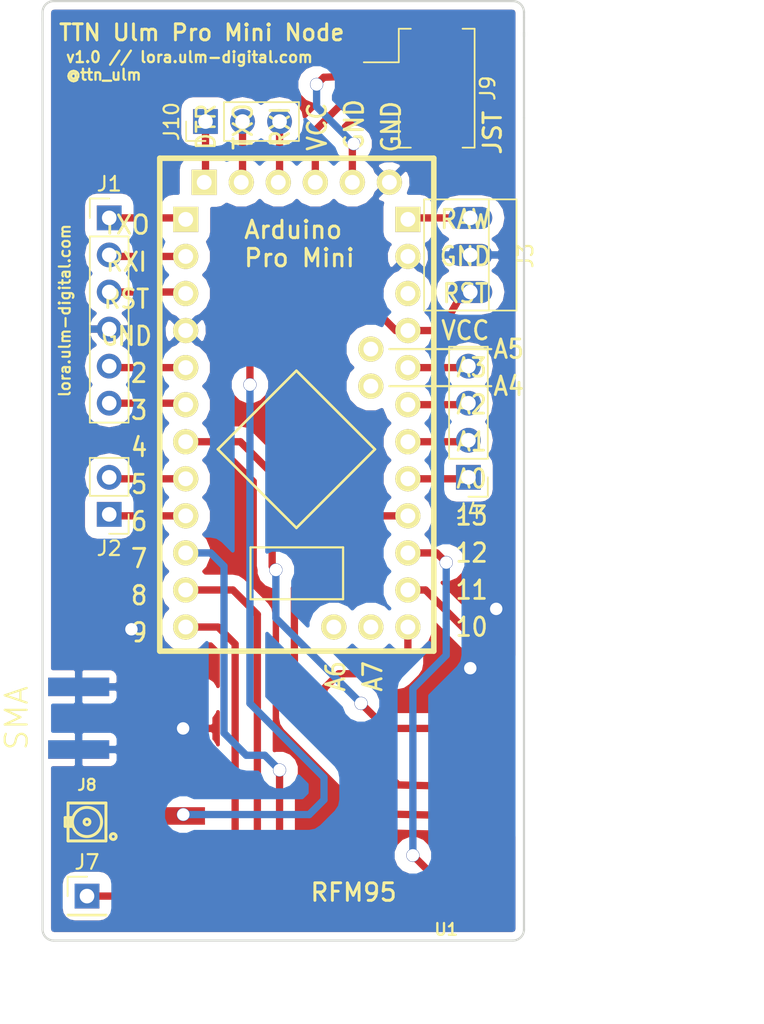
<source format=kicad_pcb>
(kicad_pcb (version 4) (host pcbnew 4.0.6-e0-6349~53~ubuntu16.04.1)

  (general
    (links 43)
    (no_connects 0)
    (area 127.361 77.648999 165.907334 149.512001)
    (thickness 1.6)
    (drawings 22)
    (tracks 141)
    (zones 0)
    (modules 11)
    (nets 37)
  )

  (page A4)
  (layers
    (0 F.Cu signal)
    (31 B.Cu signal)
    (32 B.Adhes user)
    (33 F.Adhes user)
    (34 B.Paste user)
    (35 F.Paste user)
    (36 B.SilkS user)
    (37 F.SilkS user)
    (38 B.Mask user)
    (39 F.Mask user)
    (40 Dwgs.User user)
    (41 Cmts.User user)
    (42 Eco1.User user)
    (43 Eco2.User user)
    (44 Edge.Cuts user)
    (45 Margin user)
    (46 B.CrtYd user)
    (47 F.CrtYd user)
    (48 B.Fab user)
    (49 F.Fab user)
  )

  (setup
    (last_trace_width 0.5)
    (trace_clearance 0.8)
    (zone_clearance 0.508)
    (zone_45_only yes)
    (trace_min 0.5)
    (segment_width 0.2)
    (edge_width 0.15)
    (via_size 0.9)
    (via_drill 0.85)
    (via_min_size 0.6)
    (via_min_drill 0.3)
    (uvia_size 0.3)
    (uvia_drill 0.1)
    (uvias_allowed no)
    (uvia_min_size 0.2)
    (uvia_min_drill 0.1)
    (pcb_text_width 0.3)
    (pcb_text_size 1.5 1.5)
    (mod_edge_width 0.15)
    (mod_text_size 1 1)
    (mod_text_width 0.15)
    (pad_size 2.2 1)
    (pad_drill 0)
    (pad_to_mask_clearance 0.2)
    (aux_axis_origin 0 0)
    (visible_elements FFFFFF7F)
    (pcbplotparams
      (layerselection 0x00030_80000001)
      (usegerberextensions false)
      (excludeedgelayer true)
      (linewidth 0.100000)
      (plotframeref false)
      (viasonmask false)
      (mode 1)
      (useauxorigin false)
      (hpglpennumber 1)
      (hpglpenspeed 20)
      (hpglpendiameter 15)
      (hpglpenoverlay 2)
      (psnegative false)
      (psa4output false)
      (plotreference true)
      (plotvalue true)
      (plotinvisibletext false)
      (padsonsilk false)
      (subtractmaskfromsilk false)
      (outputformat 1)
      (mirror false)
      (drillshape 1)
      (scaleselection 1)
      (outputdirectory ""))
  )

  (net 0 "")
  (net 1 "Net-(J1-Pad1)")
  (net 2 "Net-(J1-Pad2)")
  (net 3 "Net-(J1-Pad3)")
  (net 4 GND)
  (net 5 "Net-(J1-Pad5)")
  (net 6 "Net-(J1-Pad6)")
  (net 7 "Net-(J2-Pad1)")
  (net 8 "Net-(J2-Pad2)")
  (net 9 "Net-(J3-Pad1)")
  (net 10 +3V3)
  (net 11 "Net-(J4-Pad1)")
  (net 12 "Net-(J4-Pad2)")
  (net 13 "Net-(J4-Pad3)")
  (net 14 "Net-(J4-Pad4)")
  (net 15 "Net-(J5-Pad1)")
  (net 16 "Net-(J5-Pad3)")
  (net 17 Ant)
  (net 18 MISO)
  (net 19 MOSI)
  (net 20 CLK)
  (net 21 D10)
  (net 22 "Net-(U1-Pad6)")
  (net 23 D6)
  (net 24 "Net-(U1-Pad11)")
  (net 25 "Net-(U1-Pad12)")
  (net 26 D4)
  (net 27 D5)
  (net 28 D7)
  (net 29 "Net-(X1-Pad3A)")
  (net 30 "Net-(X1-Pad2B)")
  (net 31 "Net-(X1-Pad3B)")
  (net 32 "Net-(J9-Pad1)")
  (net 33 "Net-(J9-Pad2)")
  (net 34 "Net-(J10-Pad1)")
  (net 35 "Net-(J10-Pad2)")
  (net 36 "Net-(J10-Pad3)")

  (net_class Default "This is the default net class."
    (clearance 0.8)
    (trace_width 0.5)
    (via_dia 0.9)
    (via_drill 0.85)
    (uvia_dia 0.3)
    (uvia_drill 0.1)
    (add_net +3V3)
    (add_net Ant)
    (add_net CLK)
    (add_net D10)
    (add_net D4)
    (add_net D5)
    (add_net D6)
    (add_net D7)
    (add_net GND)
    (add_net MISO)
    (add_net MOSI)
    (add_net "Net-(J1-Pad1)")
    (add_net "Net-(J1-Pad2)")
    (add_net "Net-(J1-Pad3)")
    (add_net "Net-(J1-Pad5)")
    (add_net "Net-(J1-Pad6)")
    (add_net "Net-(J10-Pad1)")
    (add_net "Net-(J10-Pad2)")
    (add_net "Net-(J10-Pad3)")
    (add_net "Net-(J2-Pad1)")
    (add_net "Net-(J2-Pad2)")
    (add_net "Net-(J3-Pad1)")
    (add_net "Net-(J4-Pad1)")
    (add_net "Net-(J4-Pad2)")
    (add_net "Net-(J4-Pad3)")
    (add_net "Net-(J4-Pad4)")
    (add_net "Net-(J5-Pad1)")
    (add_net "Net-(J5-Pad3)")
    (add_net "Net-(J9-Pad1)")
    (add_net "Net-(J9-Pad2)")
    (add_net "Net-(U1-Pad11)")
    (add_net "Net-(U1-Pad12)")
    (add_net "Net-(U1-Pad6)")
    (add_net "Net-(X1-Pad2B)")
    (add_net "Net-(X1-Pad3A)")
    (add_net "Net-(X1-Pad3B)")
  )

  (module footprints:Arduino_Pro_Mini (layer F.Cu) (tedit 5957D396) (tstamp 59516DF8)
    (at 148.5011 105.0036)
    (descr "Arduino Pro Mini")
    (tags "Arduino Pro Mini")
    (path /595024A2)
    (fp_text reference X1 (at 0.127 -22.987) (layer F.SilkS) hide
      (effects (font (size 1.778 1.524) (thickness 0.2032)))
    )
    (fp_text value "Arduino ProMini" (at 0 -11.557) (layer F.Fab) hide
      (effects (font (size 1.016 1.016) (thickness 0.1016)))
    )
    (fp_line (start 6.35 -1.27) (end 13.335 -1.27) (layer F.SilkS) (width 0.1524))
    (fp_line (start 6.35 -3.81) (end 13.335 -3.81) (layer F.SilkS) (width 0.1524))
    (fp_text user " A5" (at 14.097 -3.81) (layer F.SilkS)
      (effects (font (size 1.27 1.143) (thickness 0.1905)))
    )
    (fp_text user " A4" (at 14.097 -1.27) (layer F.SilkS)
      (effects (font (size 1.27 1.143) (thickness 0.1905)))
    )
    (fp_text user "  9" (at -11.684 15.621) (layer F.SilkS)
      (effects (font (size 1.27 1.143) (thickness 0.1905)))
    )
    (fp_text user "  8" (at -11.684 13.081) (layer F.SilkS)
      (effects (font (size 1.27 1.143) (thickness 0.1905)))
    )
    (fp_text user "  7" (at -11.684 10.541) (layer F.SilkS)
      (effects (font (size 1.27 1.143) (thickness 0.1905)))
    )
    (fp_text user "  6" (at -11.684 8.001) (layer F.SilkS)
      (effects (font (size 1.27 1.143) (thickness 0.1905)))
    )
    (fp_text user "  5" (at -11.684 5.461) (layer F.SilkS)
      (effects (font (size 1.27 1.143) (thickness 0.1905)))
    )
    (fp_text user "  4" (at -11.684 2.921) (layer F.SilkS)
      (effects (font (size 1.27 1.143) (thickness 0.1905)))
    )
    (fp_text user TXO (at -11.684 -12.319) (layer F.SilkS)
      (effects (font (size 1.27 1.143) (thickness 0.1905)))
    )
    (fp_text user RXI (at -11.684 -9.779) (layer F.SilkS)
      (effects (font (size 1.27 1.143) (thickness 0.1905)))
    )
    (fp_text user RST (at -11.684 -7.239) (layer F.SilkS)
      (effects (font (size 1.27 1.143) (thickness 0.1905)))
    )
    (fp_text user GND (at -11.684 -4.699) (layer F.SilkS)
      (effects (font (size 1.27 1.143) (thickness 0.1905)))
    )
    (fp_text user "  2" (at -11.684 -2.159) (layer F.SilkS)
      (effects (font (size 1.27 1.143) (thickness 0.1905)))
    )
    (fp_text user "  3" (at -11.684 0.381) (layer F.SilkS)
      (effects (font (size 1.27 1.143) (thickness 0.1905)))
    )
    (fp_text user " A2" (at 11.557 0) (layer F.SilkS)
      (effects (font (size 1.27 1.143) (thickness 0.1905)))
    )
    (fp_text user " A3" (at 11.557 -2.54) (layer F.SilkS)
      (effects (font (size 1.27 1.143) (thickness 0.1905)))
    )
    (fp_text user VCC (at 11.557 -5.08) (layer F.SilkS)
      (effects (font (size 1.27 1.143) (thickness 0.1905)))
    )
    (fp_text user RST (at 11.557 -7.62) (layer F.SilkS)
      (effects (font (size 1.27 1.143) (thickness 0.1905)))
    )
    (fp_text user GND (at 11.557 -10.16) (layer F.SilkS)
      (effects (font (size 1.27 1.143) (thickness 0.1905)))
    )
    (fp_text user RAW (at 11.557 -12.7) (layer F.SilkS)
      (effects (font (size 1.27 1.143) (thickness 0.1905)))
    )
    (fp_text user " A1" (at 11.557 2.54) (layer F.SilkS)
      (effects (font (size 1.27 1.143) (thickness 0.1905)))
    )
    (fp_text user " A0" (at 11.557 5.08) (layer F.SilkS)
      (effects (font (size 1.27 1.143) (thickness 0.1905)))
    )
    (fp_text user " 13" (at 11.557 7.62) (layer F.SilkS)
      (effects (font (size 1.27 1.143) (thickness 0.1905)))
    )
    (fp_text user " 12" (at 11.557 10.16) (layer F.SilkS)
      (effects (font (size 1.27 1.143) (thickness 0.1905)))
    )
    (fp_text user " 11" (at 11.557 12.7) (layer F.SilkS)
      (effects (font (size 1.27 1.143) (thickness 0.1905)))
    )
    (fp_line (start 3.175 9.779) (end -3.175 9.779) (layer F.SilkS) (width 0.1524))
    (fp_line (start 3.175 9.779) (end 3.175 13.335) (layer F.SilkS) (width 0.1524))
    (fp_line (start -3.175 13.335) (end 3.175 13.335) (layer F.SilkS) (width 0.1524))
    (fp_line (start -3.175 9.779) (end -3.175 13.335) (layer F.SilkS) (width 0.1524))
    (fp_line (start -5.414456 3.058895) (end -0.026303 -2.329259) (layer F.SilkS) (width 0.1778))
    (fp_line (start -0.026303 -2.329259) (end 5.361851 3.058895) (layer F.SilkS) (width 0.1778))
    (fp_line (start -0.026303 8.447049) (end 5.361851 3.058895) (layer F.SilkS) (width 0.1778))
    (fp_line (start -5.414456 3.058895) (end -0.026303 8.447049) (layer F.SilkS) (width 0.1778))
    (fp_text user " 10" (at 11.557 15.24) (layer F.SilkS)
      (effects (font (size 1.27 1.143) (thickness 0.1905)))
    )
    (fp_text user " A7" (at 5.207 19.05 90) (layer F.SilkS)
      (effects (font (size 1.27 1.143) (thickness 0.1905)))
    )
    (fp_text user " A6" (at 2.667 19.05 90) (layer F.SilkS)
      (effects (font (size 1.27 1.143) (thickness 0.1905)))
    )
    (fp_text user GND (at 0.127 19.05 90) (layer F.SilkS) hide
      (effects (font (size 1.27 1.143) (thickness 0.1905)))
    )
    (fp_text user GND (at 6.477 -19.05 90) (layer F.SilkS)
      (effects (font (size 1.27 1.143) (thickness 0.1905)))
    )
    (fp_text user GND (at 3.937 -19.177 90) (layer F.SilkS)
      (effects (font (size 1.27 1.143) (thickness 0.1905)))
    )
    (fp_text user VCC (at 1.397 -19.05 90) (layer F.SilkS)
      (effects (font (size 1.27 1.143) (thickness 0.1905)))
    )
    (fp_text user RXI (at -1.143 -19.05 90) (layer F.SilkS)
      (effects (font (size 1.27 1.143) (thickness 0.1905)))
    )
    (fp_text user TXO (at -3.683 -19.05 90) (layer F.SilkS)
      (effects (font (size 1.27 1.143) (thickness 0.1905)))
    )
    (fp_text user DTR (at -6.223 -19.05 90) (layer F.SilkS)
      (effects (font (size 1.27 1.143) (thickness 0.1778)))
    )
    (fp_line (start -9.398 -16.891) (end 9.398 -16.891) (layer F.SilkS) (width 0.381))
    (fp_line (start 9.398 -16.891) (end 9.398 16.891) (layer F.SilkS) (width 0.381))
    (fp_line (start 9.398 16.891) (end -9.398 16.891) (layer F.SilkS) (width 0.381))
    (fp_line (start -9.398 16.891) (end -9.398 -16.891) (layer F.SilkS) (width 0.381))
    (pad 4B thru_hole circle (at 5.08 -1.27) (size 1.7272 1.7272) (drill 1.016) (layers *.Cu *.Mask F.SilkS)
      (net 16 "Net-(J5-Pad3)"))
    (pad 5B thru_hole circle (at 5.08 -3.81) (size 1.7272 1.7272) (drill 1.016) (layers *.Cu *.Mask F.SilkS)
      (net 15 "Net-(J5-Pad1)"))
    (pad 12D thru_hole circle (at -7.62 15.24) (size 1.7272 1.7272) (drill 1.016) (layers *.Cu *.Mask F.SilkS)
      (net 26 D4))
    (pad 11D thru_hole circle (at -7.62 12.7) (size 1.7272 1.7272) (drill 1.016) (layers *.Cu *.Mask F.SilkS)
      (net 27 D5))
    (pad 9D thru_hole circle (at -7.62 7.62) (size 1.7272 1.7272) (drill 1.016) (layers *.Cu *.Mask F.SilkS)
      (net 7 "Net-(J2-Pad1)"))
    (pad 10D thru_hole circle (at -7.62 10.16) (size 1.7272 1.7272) (drill 1.016) (layers *.Cu *.Mask F.SilkS)
      (net 28 D7))
    (pad 6D thru_hole circle (at -7.62 0) (size 1.7272 1.7272) (drill 1.016) (layers *.Cu *.Mask F.SilkS)
      (net 6 "Net-(J1-Pad6)"))
    (pad 5D thru_hole circle (at -7.62 -2.54) (size 1.7272 1.7272) (drill 1.016) (layers *.Cu *.Mask F.SilkS)
      (net 5 "Net-(J1-Pad5)"))
    (pad 7D thru_hole circle (at -7.62 2.54) (size 1.7272 1.7272) (drill 1.016) (layers *.Cu *.Mask F.SilkS)
      (net 23 D6))
    (pad 8D thru_hole circle (at -7.62 5.08) (size 1.7272 1.7272) (drill 1.016) (layers *.Cu *.Mask F.SilkS)
      (net 8 "Net-(J2-Pad2)"))
    (pad 4D thru_hole circle (at -7.62 -5.08) (size 1.7272 1.7272) (drill 1.016) (layers *.Cu *.Mask F.SilkS)
      (net 4 GND))
    (pad 3D thru_hole circle (at -7.62 -7.62) (size 1.7272 1.7272) (drill 1.016) (layers *.Cu *.Mask F.SilkS)
      (net 3 "Net-(J1-Pad3)"))
    (pad 1D thru_hole rect (at -7.62 -12.7) (size 1.7272 1.7272) (drill 1.016) (layers *.Cu *.Mask F.SilkS)
      (net 1 "Net-(J1-Pad1)"))
    (pad 2D thru_hole circle (at -7.62 -10.16) (size 1.7272 1.7272) (drill 1.016) (layers *.Cu *.Mask F.SilkS)
      (net 2 "Net-(J1-Pad2)"))
    (pad 2A thru_hole circle (at 7.62 -10.16) (size 1.7272 1.7272) (drill 1.016) (layers *.Cu *.Mask F.SilkS)
      (net 4 GND))
    (pad 1A thru_hole rect (at 7.62 -12.7) (size 1.7272 1.7272) (drill 1.016) (layers *.Cu *.Mask F.SilkS)
      (net 9 "Net-(J3-Pad1)"))
    (pad 3A thru_hole circle (at 7.62 -7.62) (size 1.7272 1.7272) (drill 1.016) (layers *.Cu *.Mask F.SilkS)
      (net 29 "Net-(X1-Pad3A)"))
    (pad 4A thru_hole circle (at 7.62 -5.08) (size 1.7272 1.7272) (drill 1.016) (layers *.Cu *.Mask F.SilkS)
      (net 10 +3V3))
    (pad 8A thru_hole circle (at 7.62 5.08) (size 1.7272 1.7272) (drill 1.016) (layers *.Cu *.Mask F.SilkS)
      (net 11 "Net-(J4-Pad1)"))
    (pad 7A thru_hole circle (at 7.62 2.54) (size 1.7272 1.7272) (drill 1.016) (layers *.Cu *.Mask F.SilkS)
      (net 12 "Net-(J4-Pad2)"))
    (pad 5A thru_hole circle (at 7.62 -2.54) (size 1.7272 1.7272) (drill 1.016) (layers *.Cu *.Mask F.SilkS)
      (net 14 "Net-(J4-Pad4)"))
    (pad 6A thru_hole circle (at 7.62 0) (size 1.7272 1.7272) (drill 1.016) (layers *.Cu *.Mask F.SilkS)
      (net 13 "Net-(J4-Pad3)"))
    (pad 10A thru_hole circle (at 7.62 10.16) (size 1.7272 1.7272) (drill 1.016) (layers *.Cu *.Mask F.SilkS)
      (net 18 MISO))
    (pad 9A thru_hole circle (at 7.62 7.62) (size 1.7272 1.7272) (drill 1.016) (layers *.Cu *.Mask F.SilkS)
      (net 20 CLK))
    (pad 11A thru_hole circle (at 7.62 12.7) (size 1.7272 1.7272) (drill 1.016) (layers *.Cu *.Mask F.SilkS)
      (net 19 MOSI))
    (pad 1C thru_hole rect (at -6.35 -15.24) (size 1.7272 1.7272) (drill 1.016) (layers *.Cu *.Mask F.SilkS)
      (net 34 "Net-(J10-Pad1)"))
    (pad 2C thru_hole circle (at -3.81 -15.24) (size 1.7272 1.7272) (drill 1.016) (layers *.Cu *.Mask F.SilkS)
      (net 35 "Net-(J10-Pad2)"))
    (pad 3C thru_hole circle (at -1.27 -15.24) (size 1.7272 1.7272) (drill 1.016) (layers *.Cu *.Mask F.SilkS)
      (net 36 "Net-(J10-Pad3)"))
    (pad 4C thru_hole circle (at 1.27 -15.24) (size 1.7272 1.7272) (drill 1.016) (layers *.Cu *.Mask F.SilkS)
      (net 33 "Net-(J9-Pad2)"))
    (pad 5C thru_hole circle (at 3.81 -15.24) (size 1.7272 1.7272) (drill 1.016) (layers *.Cu *.Mask F.SilkS)
      (net 32 "Net-(J9-Pad1)"))
    (pad 6C thru_hole circle (at 6.35 -15.24) (size 1.7272 1.7272) (drill 1.016) (layers *.Cu *.Mask F.SilkS)
      (net 4 GND))
    (pad 2B thru_hole circle (at 2.54 15.24) (size 1.7272 1.7272) (drill 1.016) (layers *.Cu *.Mask F.SilkS)
      (net 30 "Net-(X1-Pad2B)"))
    (pad 3B thru_hole circle (at 5.08 15.24) (size 1.7272 1.7272) (drill 1.016) (layers *.Cu *.Mask F.SilkS)
      (net 31 "Net-(X1-Pad3B)"))
    (pad 12A thru_hole circle (at 7.62 15.24) (size 1.7272 1.7272) (drill 1.016) (layers *.Cu *.Mask F.SilkS)
      (net 21 D10))
  )

  (module Connectors_JST:JST_PH_B2B-PH-SM4-TB_02x2.00mm_Straight (layer F.Cu) (tedit 59569AC5) (tstamp 595695E8)
    (at 156.972 83.312 270)
    (descr "JST PH series connector, B2B-PH-SM4-TB, top entry type, surface mount, Datasheet: http://www.jst-mfg.com/product/pdf/eng/ePH.pdf")
    (tags "connector jst ph")
    (path /595695B9)
    (attr smd)
    (fp_text reference J9 (at 0 -4.625 270) (layer F.SilkS)
      (effects (font (size 1 1) (thickness 0.15)))
    )
    (fp_text value CONN_01X02 (at 0 4.875 270) (layer F.Fab) hide
      (effects (font (size 1 1) (thickness 0.15)))
    )
    (fp_line (start -4.075 -2.9) (end -4.075 -3.725) (layer F.SilkS) (width 0.12))
    (fp_line (start -4.075 -3.725) (end 4.075 -3.725) (layer F.SilkS) (width 0.12))
    (fp_line (start 4.075 -3.725) (end 4.075 -2.9) (layer F.SilkS) (width 0.12))
    (fp_line (start -4.075 0.65) (end -4.075 1.475) (layer F.SilkS) (width 0.12))
    (fp_line (start -4.075 1.475) (end -1.775 1.475) (layer F.SilkS) (width 0.12))
    (fp_line (start 4.075 0.65) (end 4.075 1.475) (layer F.SilkS) (width 0.12))
    (fp_line (start 4.075 1.475) (end 1.775 1.475) (layer F.SilkS) (width 0.12))
    (fp_line (start -3.975 -3.625) (end -3.975 1.375) (layer F.Fab) (width 0.1))
    (fp_line (start -3.975 1.375) (end 3.975 1.375) (layer F.Fab) (width 0.1))
    (fp_line (start 3.975 1.375) (end 3.975 -3.625) (layer F.Fab) (width 0.1))
    (fp_line (start 3.975 -3.625) (end -3.975 -3.625) (layer F.Fab) (width 0.1))
    (fp_line (start -1.775 1.475) (end -1.775 3.875) (layer F.SilkS) (width 0.12))
    (fp_line (start -2 1.375) (end -1 0.375) (layer F.Fab) (width 0.1))
    (fp_line (start -1 0.375) (end 0 1.375) (layer F.Fab) (width 0.1))
    (fp_line (start -4.7 -4.13) (end -4.7 4.38) (layer F.CrtYd) (width 0.05))
    (fp_line (start -4.7 4.38) (end 4.7 4.38) (layer F.CrtYd) (width 0.05))
    (fp_line (start 4.7 4.38) (end 4.7 -4.13) (layer F.CrtYd) (width 0.05))
    (fp_line (start 4.7 -4.13) (end -4.7 -4.13) (layer F.CrtYd) (width 0.05))
    (fp_text user %R (at 0 -2.625 270) (layer F.Fab)
      (effects (font (size 1 1) (thickness 0.15)))
    )
    (pad 1 smd rect (at -1 1.125 270) (size 1 5.5) (layers F.Cu F.Paste F.Mask)
      (net 32 "Net-(J9-Pad1)"))
    (pad 2 smd rect (at 1 1.125 270) (size 1 5.5) (layers F.Cu F.Paste F.Mask)
      (net 33 "Net-(J9-Pad2)"))
    (pad "" smd rect (at -3.4 -1.125 270) (size 1.6 3) (layers F.Cu F.Paste F.Mask))
    (pad "" smd rect (at 3.4 -1.125 270) (size 1.6 3) (layers F.Cu F.Paste F.Mask))
    (model ${KISYS3DMOD}/Connectors_JST.3dshapes/JST_PH_B2B-PH-SM4-TB_02x2.00mm_Straight.wrl
      (at (xyz 0 0 0))
      (scale (xyz 1 1 1))
      (rotate (xyz 0 0 0))
    )
  )

  (module Pin_Header_Straight_1x03_Pitch2.54mm (layer F.Cu) (tedit 59569A9C) (tstamp 59569B17)
    (at 142.24 85.598 90)
    (descr "Through hole straight pin header, 1x03, 2.54mm pitch, single row")
    (tags "Through hole pin header THT 1x03 2.54mm single row")
    (path /59569F01)
    (fp_text reference J10 (at 0 -2.33 90) (layer F.SilkS)
      (effects (font (size 1 1) (thickness 0.15)))
    )
    (fp_text value CONN_01X03 (at 0 7.41 90) (layer F.Fab) hide
      (effects (font (size 1 1) (thickness 0.15)))
    )
    (fp_line (start -1.27 -1.27) (end -1.27 6.35) (layer F.Fab) (width 0.1))
    (fp_line (start -1.27 6.35) (end 1.27 6.35) (layer F.Fab) (width 0.1))
    (fp_line (start 1.27 6.35) (end 1.27 -1.27) (layer F.Fab) (width 0.1))
    (fp_line (start 1.27 -1.27) (end -1.27 -1.27) (layer F.Fab) (width 0.1))
    (fp_line (start -1.33 1.27) (end -1.33 6.41) (layer F.SilkS) (width 0.12))
    (fp_line (start -1.33 6.41) (end 1.33 6.41) (layer F.SilkS) (width 0.12))
    (fp_line (start 1.33 6.41) (end 1.33 1.27) (layer F.SilkS) (width 0.12))
    (fp_line (start 1.33 1.27) (end -1.33 1.27) (layer F.SilkS) (width 0.12))
    (fp_line (start -1.33 0) (end -1.33 -1.33) (layer F.SilkS) (width 0.12))
    (fp_line (start -1.33 -1.33) (end 0 -1.33) (layer F.SilkS) (width 0.12))
    (fp_line (start -1.8 -1.8) (end -1.8 6.85) (layer F.CrtYd) (width 0.05))
    (fp_line (start -1.8 6.85) (end 1.8 6.85) (layer F.CrtYd) (width 0.05))
    (fp_line (start 1.8 6.85) (end 1.8 -1.8) (layer F.CrtYd) (width 0.05))
    (fp_line (start 1.8 -1.8) (end -1.8 -1.8) (layer F.CrtYd) (width 0.05))
    (fp_text user %R (at 0 -2.33 90) (layer F.Fab)
      (effects (font (size 1 1) (thickness 0.15)))
    )
    (pad 1 thru_hole rect (at 0 0 90) (size 1.7 1.7) (drill 1) (layers *.Cu *.Mask)
      (net 34 "Net-(J10-Pad1)"))
    (pad 2 thru_hole oval (at 0 2.54 90) (size 1.7 1.7) (drill 1) (layers *.Cu *.Mask)
      (net 35 "Net-(J10-Pad2)"))
    (pad 3 thru_hole oval (at 0 5.08 90) (size 1.7 1.7) (drill 1) (layers *.Cu *.Mask)
      (net 36 "Net-(J10-Pad3)"))
    (model ${KISYS3DMOD}/Pin_Headers.3dshapes/Pin_Header_Straight_1x03_Pitch2.54mm.wrl
      (at (xyz 0 -0.1 0))
      (scale (xyz 1 1 1))
      (rotate (xyz 0 0 90))
    )
  )

  (module Connectors:PINHEAD1-3 (layer F.Cu) (tedit 595423D5) (tstamp 59516D17)
    (at 160.401 92.202 270)
    (path /59502D29)
    (fp_text reference J3 (at 2.59 -3.8 270) (layer F.SilkS)
      (effects (font (size 1 1) (thickness 0.15)))
    )
    (fp_text value CONN_01X03 (at 2.54 3.81 270) (layer F.Fab) hide
      (effects (font (size 1 1) (thickness 0.15)))
    )
    (fp_line (start -1.27 -3.17) (end -1.27 3.17) (layer F.SilkS) (width 0.12))
    (fp_line (start 6.35 -3.17) (end 6.35 3.17) (layer F.SilkS) (width 0.12))
    (fp_line (start 6.35 -1.27) (end -1.27 -1.27) (layer F.SilkS) (width 0.12))
    (fp_line (start -1.27 -3.17) (end 6.35 -3.17) (layer F.SilkS) (width 0.12))
    (fp_line (start 6.35 3.17) (end -1.27 3.17) (layer F.SilkS) (width 0.12))
    (fp_line (start -1.52 -3.42) (end 6.6 -3.42) (layer F.CrtYd) (width 0.05))
    (fp_line (start -1.52 -3.42) (end -1.52 3.42) (layer F.CrtYd) (width 0.05))
    (fp_line (start 6.6 3.42) (end 6.6 -3.42) (layer F.CrtYd) (width 0.05))
    (fp_line (start 6.6 3.42) (end -1.52 3.42) (layer F.CrtYd) (width 0.05))
    (pad 1 thru_hole oval (at 0 0 270) (size 1.51 3.01) (drill 1) (layers *.Cu *.Mask)
      (net 9 "Net-(J3-Pad1)"))
    (pad 2 thru_hole oval (at 2.54 0 270) (size 1.51 3.01) (drill 1) (layers *.Cu *.Mask)
      (net 4 GND))
    (pad 3 thru_hole oval (at 5.08 0 270) (size 1.51 3.01) (drill 1) (layers *.Cu *.Mask)
      (net 10 +3V3))
  )

  (module Pin_Headers:Pin_Header_Straight_1x04_Pitch2.54mm (layer F.Cu) (tedit 595423C7) (tstamp 59516D2E)
    (at 160.274 109.982 180)
    (descr "Through hole straight pin header, 1x04, 2.54mm pitch, single row")
    (tags "Through hole pin header THT 1x04 2.54mm single row")
    (path /59502927)
    (fp_text reference J4 (at 0 -2.33 180) (layer F.SilkS)
      (effects (font (size 1 1) (thickness 0.15)))
    )
    (fp_text value CONN_01X04 (at 0 9.95 180) (layer F.Fab) hide
      (effects (font (size 1 1) (thickness 0.15)))
    )
    (fp_line (start -1.27 -1.27) (end -1.27 8.89) (layer F.Fab) (width 0.1))
    (fp_line (start -1.27 8.89) (end 1.27 8.89) (layer F.Fab) (width 0.1))
    (fp_line (start 1.27 8.89) (end 1.27 -1.27) (layer F.Fab) (width 0.1))
    (fp_line (start 1.27 -1.27) (end -1.27 -1.27) (layer F.Fab) (width 0.1))
    (fp_line (start -1.33 1.27) (end -1.33 8.95) (layer F.SilkS) (width 0.12))
    (fp_line (start -1.33 8.95) (end 1.33 8.95) (layer F.SilkS) (width 0.12))
    (fp_line (start 1.33 8.95) (end 1.33 1.27) (layer F.SilkS) (width 0.12))
    (fp_line (start 1.33 1.27) (end -1.33 1.27) (layer F.SilkS) (width 0.12))
    (fp_line (start -1.33 0) (end -1.33 -1.33) (layer F.SilkS) (width 0.12))
    (fp_line (start -1.33 -1.33) (end 0 -1.33) (layer F.SilkS) (width 0.12))
    (fp_line (start -1.8 -1.8) (end -1.8 9.4) (layer F.CrtYd) (width 0.05))
    (fp_line (start -1.8 9.4) (end 1.8 9.4) (layer F.CrtYd) (width 0.05))
    (fp_line (start 1.8 9.4) (end 1.8 -1.8) (layer F.CrtYd) (width 0.05))
    (fp_line (start 1.8 -1.8) (end -1.8 -1.8) (layer F.CrtYd) (width 0.05))
    (fp_text user %R (at 0 -2.33 180) (layer F.Fab)
      (effects (font (size 1 1) (thickness 0.15)))
    )
    (pad 1 thru_hole rect (at 0 0 180) (size 1.7 1.7) (drill 1) (layers *.Cu *.Mask)
      (net 11 "Net-(J4-Pad1)"))
    (pad 2 thru_hole oval (at 0 2.54 180) (size 1.7 1.7) (drill 1) (layers *.Cu *.Mask)
      (net 12 "Net-(J4-Pad2)"))
    (pad 3 thru_hole oval (at 0 5.08 180) (size 1.7 1.7) (drill 1) (layers *.Cu *.Mask)
      (net 13 "Net-(J4-Pad3)"))
    (pad 4 thru_hole oval (at 0 7.62 180) (size 1.7 1.7) (drill 1) (layers *.Cu *.Mask)
      (net 14 "Net-(J4-Pad4)"))
    (model ${KISYS3DMOD}/Pin_Headers.3dshapes/Pin_Header_Straight_1x04_Pitch2.54mm.wrl
      (at (xyz 0 -0.15 0))
      (scale (xyz 1 1 1))
      (rotate (xyz 0 0 90))
    )
  )

  (module Pin_Headers:Pin_Header_Straight_1x02_Pitch2.54mm (layer F.Cu) (tedit 595423B5) (tstamp 59516D07)
    (at 135.636 112.522 180)
    (descr "Through hole straight pin header, 1x02, 2.54mm pitch, single row")
    (tags "Through hole pin header THT 1x02 2.54mm single row")
    (path /595152F2)
    (fp_text reference J2 (at 0 -2.33 180) (layer F.SilkS)
      (effects (font (size 1 1) (thickness 0.15)))
    )
    (fp_text value CONN_01X02 (at 0 4.87 180) (layer F.Fab) hide
      (effects (font (size 1 1) (thickness 0.15)))
    )
    (fp_line (start -1.27 -1.27) (end -1.27 3.81) (layer F.Fab) (width 0.1))
    (fp_line (start -1.27 3.81) (end 1.27 3.81) (layer F.Fab) (width 0.1))
    (fp_line (start 1.27 3.81) (end 1.27 -1.27) (layer F.Fab) (width 0.1))
    (fp_line (start 1.27 -1.27) (end -1.27 -1.27) (layer F.Fab) (width 0.1))
    (fp_line (start -1.33 1.27) (end -1.33 3.87) (layer F.SilkS) (width 0.12))
    (fp_line (start -1.33 3.87) (end 1.33 3.87) (layer F.SilkS) (width 0.12))
    (fp_line (start 1.33 3.87) (end 1.33 1.27) (layer F.SilkS) (width 0.12))
    (fp_line (start 1.33 1.27) (end -1.33 1.27) (layer F.SilkS) (width 0.12))
    (fp_line (start -1.33 0) (end -1.33 -1.33) (layer F.SilkS) (width 0.12))
    (fp_line (start -1.33 -1.33) (end 0 -1.33) (layer F.SilkS) (width 0.12))
    (fp_line (start -1.8 -1.8) (end -1.8 4.35) (layer F.CrtYd) (width 0.05))
    (fp_line (start -1.8 4.35) (end 1.8 4.35) (layer F.CrtYd) (width 0.05))
    (fp_line (start 1.8 4.35) (end 1.8 -1.8) (layer F.CrtYd) (width 0.05))
    (fp_line (start 1.8 -1.8) (end -1.8 -1.8) (layer F.CrtYd) (width 0.05))
    (fp_text user %R (at 0 -2.33 180) (layer F.Fab)
      (effects (font (size 1 1) (thickness 0.15)))
    )
    (pad 1 thru_hole rect (at 0 0 180) (size 1.7 1.7) (drill 1) (layers *.Cu *.Mask)
      (net 7 "Net-(J2-Pad1)"))
    (pad 2 thru_hole oval (at 0 2.54 180) (size 1.7 1.7) (drill 1) (layers *.Cu *.Mask)
      (net 8 "Net-(J2-Pad2)"))
    (model ${KISYS3DMOD}/Pin_Headers.3dshapes/Pin_Header_Straight_1x02_Pitch2.54mm.wrl
      (at (xyz 0 -0.05 0))
      (scale (xyz 1 1 1))
      (rotate (xyz 0 0 90))
    )
  )

  (module Pin_Headers:Pin_Header_Straight_1x06_Pitch2.54mm (layer F.Cu) (tedit 5954239E) (tstamp 59516CF2)
    (at 135.636 92.202)
    (descr "Through hole straight pin header, 1x06, 2.54mm pitch, single row")
    (tags "Through hole pin header THT 1x06 2.54mm single row")
    (path /59514E69)
    (fp_text reference J1 (at 0 -2.33) (layer F.SilkS)
      (effects (font (size 1 1) (thickness 0.15)))
    )
    (fp_text value CONN_01X06 (at 0 15.03) (layer F.Fab) hide
      (effects (font (size 1 1) (thickness 0.15)))
    )
    (fp_line (start -1.27 -1.27) (end -1.27 13.97) (layer F.Fab) (width 0.1))
    (fp_line (start -1.27 13.97) (end 1.27 13.97) (layer F.Fab) (width 0.1))
    (fp_line (start 1.27 13.97) (end 1.27 -1.27) (layer F.Fab) (width 0.1))
    (fp_line (start 1.27 -1.27) (end -1.27 -1.27) (layer F.Fab) (width 0.1))
    (fp_line (start -1.33 1.27) (end -1.33 14.03) (layer F.SilkS) (width 0.12))
    (fp_line (start -1.33 14.03) (end 1.33 14.03) (layer F.SilkS) (width 0.12))
    (fp_line (start 1.33 14.03) (end 1.33 1.27) (layer F.SilkS) (width 0.12))
    (fp_line (start 1.33 1.27) (end -1.33 1.27) (layer F.SilkS) (width 0.12))
    (fp_line (start -1.33 0) (end -1.33 -1.33) (layer F.SilkS) (width 0.12))
    (fp_line (start -1.33 -1.33) (end 0 -1.33) (layer F.SilkS) (width 0.12))
    (fp_line (start -1.8 -1.8) (end -1.8 14.5) (layer F.CrtYd) (width 0.05))
    (fp_line (start -1.8 14.5) (end 1.8 14.5) (layer F.CrtYd) (width 0.05))
    (fp_line (start 1.8 14.5) (end 1.8 -1.8) (layer F.CrtYd) (width 0.05))
    (fp_line (start 1.8 -1.8) (end -1.8 -1.8) (layer F.CrtYd) (width 0.05))
    (fp_text user %R (at 0 -2.33) (layer F.Fab)
      (effects (font (size 1 1) (thickness 0.15)))
    )
    (pad 1 thru_hole rect (at 0 0) (size 1.7 1.7) (drill 1) (layers *.Cu *.Mask)
      (net 1 "Net-(J1-Pad1)"))
    (pad 2 thru_hole oval (at 0 2.54) (size 1.7 1.7) (drill 1) (layers *.Cu *.Mask)
      (net 2 "Net-(J1-Pad2)"))
    (pad 3 thru_hole oval (at 0 5.08) (size 1.7 1.7) (drill 1) (layers *.Cu *.Mask)
      (net 3 "Net-(J1-Pad3)"))
    (pad 4 thru_hole oval (at 0 7.62) (size 1.7 1.7) (drill 1) (layers *.Cu *.Mask)
      (net 4 GND))
    (pad 5 thru_hole oval (at 0 10.16) (size 1.7 1.7) (drill 1) (layers *.Cu *.Mask)
      (net 5 "Net-(J1-Pad5)"))
    (pad 6 thru_hole oval (at 0 12.7) (size 1.7 1.7) (drill 1) (layers *.Cu *.Mask)
      (net 6 "Net-(J1-Pad6)"))
    (model ${KISYS3DMOD}/Pin_Headers.3dshapes/Pin_Header_Straight_1x06_Pitch2.54mm.wrl
      (at (xyz 0 -0.25 0))
      (scale (xyz 1 1 1))
      (rotate (xyz 0 0 90))
    )
  )

  (module footprints:RFM69HW_SMD_ThroughHole_Handsoldering (layer F.Cu) (tedit 5953F2AF) (tstamp 59516DA0)
    (at 159.004 139.192 180)
    (descr RFM69HW)
    (tags "RFM69HW, RF69")
    (path /5950229E)
    (fp_text reference U1 (at 0.254 -1.778 180) (layer F.SilkS)
      (effects (font (size 0.8 0.8) (thickness 0.16)))
    )
    (fp_text value RFM95HW (at 8.382 7.112 180) (layer F.Fab) hide
      (effects (font (size 0.8 0.8) (thickness 0.16)))
    )
    (fp_line (start -3.4 15) (end 20.3 15) (layer F.CrtYd) (width 0.15))
    (fp_line (start 20.3 -1) (end 20.3 15) (layer F.CrtYd) (width 0.15))
    (fp_line (start -3.4 -1) (end -3.4 15) (layer F.CrtYd) (width 0.15))
    (fp_line (start -3.4 -1) (end 20.3 -1) (layer F.CrtYd) (width 0.15))
    (fp_line (start 20.3 -1) (end 20.3 15) (layer B.CrtYd) (width 0.15))
    (fp_line (start -3.4 -1) (end -3.4 15) (layer B.CrtYd) (width 0.15))
    (fp_line (start -3.4 15) (end 20.3 15) (layer B.CrtYd) (width 0.15))
    (fp_line (start -3.4 -1) (end 20.3 -1) (layer B.CrtYd) (width 0.15))
    (pad 1 smd rect (at -1.4 0 180) (size 3 1.2) (layers F.Cu F.Paste F.Mask)
      (net 4 GND))
    (pad 2 smd rect (at -1.4 2 180) (size 3 1.2) (layers F.Cu F.Paste F.Mask)
      (net 18 MISO))
    (pad 3 smd rect (at -1.4 4 180) (size 3 1.2) (layers F.Cu F.Paste F.Mask)
      (net 19 MOSI))
    (pad 4 smd rect (at -1.4 6 180) (size 3 1.2) (layers F.Cu F.Paste F.Mask)
      (net 20 CLK))
    (pad 5 smd rect (at -1.4 8 180) (size 3 1.2) (layers F.Cu F.Paste F.Mask)
      (net 21 D10))
    (pad 6 smd rect (at -1.4 10 180) (size 3 1.2) (layers F.Cu F.Paste F.Mask)
      (net 22 "Net-(U1-Pad6)"))
    (pad 7 smd rect (at -1.4 12 180) (size 3 1.2) (layers F.Cu F.Paste F.Mask)
      (net 23 D6))
    (pad 8 smd rect (at -1.4 14 180) (size 3 1.2) (layers F.Cu F.Paste F.Mask)
      (net 4 GND))
    (pad 9 smd rect (at 18.3 14 180) (size 3 1.2) (layers F.Cu F.Paste F.Mask)
      (net 17 Ant))
    (pad 10 smd rect (at 18.3 12 180) (size 3 1.2) (layers F.Cu F.Paste F.Mask)
      (net 4 GND))
    (pad 11 smd rect (at 18.3 10 180) (size 3 1.2) (layers F.Cu F.Paste F.Mask)
      (net 24 "Net-(U1-Pad11)"))
    (pad 12 smd rect (at 18.3 8 180) (size 3 1.2) (layers F.Cu F.Paste F.Mask)
      (net 25 "Net-(U1-Pad12)"))
    (pad 13 smd rect (at 18.3 6 180) (size 3 1.2) (layers F.Cu F.Paste F.Mask)
      (net 10 +3V3))
    (pad 14 smd rect (at 18.3 4 180) (size 3 1.2) (layers F.Cu F.Paste F.Mask)
      (net 26 D4))
    (pad 15 smd rect (at 18.3 2 180) (size 3 1.2) (layers F.Cu F.Paste F.Mask)
      (net 27 D5))
    (pad 16 smd rect (at 18.3 0 180) (size 3 1.2) (layers F.Cu F.Paste F.Mask)
      (net 28 D7))
    (model ${MYSLOCAL}/mysensors.3dshapes/mysensors_radios.3dshapes/rfm69hw.wrl
      (at (xyz 0.333 -0.275 0.345))
      (scale (xyz 0.395 0.395 0.395))
      (rotate (xyz 0 0 180))
    )
    (model Crystals.3dshapes/crystal_FA238-TSX3225.wrl
      (at (xyz 0.332 -0.08 0.375))
      (scale (xyz 0.24 0.24 0.24))
      (rotate (xyz 0 0 90))
    )
    (model ${MYSLOCAL}/mysensors.3dshapes/w.lain.3dshapes/pin_strip/pin_strip_2mm_8.wrl
      (at (xyz -0.004 -0.276 0.31))
      (scale (xyz 1 1 1))
      (rotate (xyz 0 180 90))
    )
    (model ${MYSLOCAL}/mysensors.3dshapes/w.lain.3dshapes/pin_strip/pin_strip_2mm_8.wrl
      (at (xyz 0.669 -0.276 0.31))
      (scale (xyz 1 1 1))
      (rotate (xyz 0 180 90))
    )
    (model ${MYSLOCAL}/mysensors.3dshapes/w.lain.3dshapes/pin_strip/pin_socket_2mm_8.wrl
      (at (xyz -0.004 -0.276 0))
      (scale (xyz 1 1 1))
      (rotate (xyz 0 0 90))
    )
    (model ${MYSLOCAL}/mysensors.3dshapes/w.lain.3dshapes/pin_strip/pin_socket_2mm_8.wrl
      (at (xyz 0.669 -0.276 0))
      (scale (xyz 1 1 1))
      (rotate (xyz 0 0 90))
    )
    (model Housings_DFN_QFN.3dshapes/QFN-28-1EP_5x5mm_Pitch0.5mm.wrl
      (at (xyz 0.205 -0.445 0.375))
      (scale (xyz 1 1 1))
      (rotate (xyz 0 0 0))
    )
  )

  (module footprints:SMA_EDGE (layer F.Cu) (tedit 54067F78) (tstamp 59516D4E)
    (at 135.636 126.492 90)
    (path /5951810C)
    (fp_text reference J6 (at 0 -6.35 90) (layer F.SilkS) hide
      (effects (font (size 1.5 1.5) (thickness 0.15)))
    )
    (fp_text value SMA (at 0 -6.35 270) (layer F.SilkS)
      (effects (font (size 1.5 1.5) (thickness 0.15)))
    )
    (pad 2 smd rect (at -2.1463 -2.0955 90) (size 1.27 4.191) (layers F.Cu F.Paste F.Mask)
      (net 4 GND))
    (pad 2 smd rect (at 2.1463 -2.0955 90) (size 1.27 4.191) (layers F.Cu F.Paste F.Mask)
      (net 4 GND))
    (pad 1 smd rect (at 0 -1.8415 90) (size 1.27 3.683) (layers F.Cu F.Paste F.Mask)
      (net 17 Ant))
    (pad 2 smd rect (at -2.1463 -2.0955 90) (size 1.27 4.191) (layers B.Cu F.Paste F.Mask)
      (net 4 GND))
    (pad 2 smd rect (at 2.1463 -2.0955 90) (size 1.27 4.191) (layers B.Cu F.Paste F.Mask)
      (net 4 GND))
  )

  (module footprints:U.FL-COAX (layer F.Cu) (tedit 5957D31F) (tstamp 59516D74)
    (at 134.112 133.604 180)
    (path /5951BDC9)
    (attr smd)
    (fp_text reference J8 (at 0 2.54 180) (layer F.SilkS)
      (effects (font (size 0.762 0.762) (thickness 0.1524)))
    )
    (fp_text value U.FL (at 0 0 180) (layer F.SilkS) hide
      (effects (font (size 0.762 0.762) (thickness 0.1524)))
    )
    (fp_line (start 1.1 0.3) (end 1.1 -0.3) (layer F.SilkS) (width 0.2032))
    (fp_line (start 1.5 0.3) (end 1 0.3) (layer F.SilkS) (width 0.2032))
    (fp_line (start 1.5 0.3) (end 1.5 -0.3) (layer F.SilkS) (width 0.2032))
    (fp_line (start 1.5 -0.3) (end 1 -0.3) (layer F.SilkS) (width 0.2032))
    (fp_circle (center 0 0) (end 0.2 0) (layer F.SilkS) (width 0.2032))
    (fp_circle (center 0 0) (end 1 0) (layer F.SilkS) (width 0.2032))
    (fp_circle (center -1.8 -1) (end -1.6 -1) (layer F.SilkS) (width 0.2032))
    (fp_line (start -1.3 -1.3) (end -1.3 1.3) (layer F.SilkS) (width 0.2032))
    (fp_line (start -1.3 1.3) (end 1.3 1.3) (layer F.SilkS) (width 0.2032))
    (fp_line (start 1.3 1.3) (end 1.3 -1.3) (layer F.SilkS) (width 0.2032))
    (fp_line (start 1.3 -1.3) (end -1.3 -1.3) (layer F.SilkS) (width 0.2032))
    (pad 1 smd rect (at -1.5 0 180) (size 1 1) (layers F.Cu F.Paste F.Mask)
      (net 17 Ant))
    (pad 2 smd rect (at 0 -1.5 180) (size 2.2 1) (layers F.Cu F.Paste F.Mask)
      (net 4 GND))
    (pad 3 smd rect (at 0 1.5 180) (size 2.2 1) (layers F.Cu F.Paste F.Mask)
      (net 4 GND))
  )

  (module Pin_Headers:Pin_Header_Straight_1x01_Pitch2.54mm (layer F.Cu) (tedit 58CD4EC1) (tstamp 59516D62)
    (at 134.112 138.684)
    (descr "Through hole straight pin header, 1x01, 2.54mm pitch, single row")
    (tags "Through hole pin header THT 1x01 2.54mm single row")
    (path /595187DE)
    (fp_text reference J7 (at 0 -2.33) (layer F.SilkS)
      (effects (font (size 1 1) (thickness 0.15)))
    )
    (fp_text value Ant (at 0 2.33) (layer F.Fab)
      (effects (font (size 1 1) (thickness 0.15)))
    )
    (fp_line (start -1.27 -1.27) (end -1.27 1.27) (layer F.Fab) (width 0.1))
    (fp_line (start -1.27 1.27) (end 1.27 1.27) (layer F.Fab) (width 0.1))
    (fp_line (start 1.27 1.27) (end 1.27 -1.27) (layer F.Fab) (width 0.1))
    (fp_line (start 1.27 -1.27) (end -1.27 -1.27) (layer F.Fab) (width 0.1))
    (fp_line (start -1.33 1.27) (end -1.33 1.33) (layer F.SilkS) (width 0.12))
    (fp_line (start -1.33 1.33) (end 1.33 1.33) (layer F.SilkS) (width 0.12))
    (fp_line (start 1.33 1.33) (end 1.33 1.27) (layer F.SilkS) (width 0.12))
    (fp_line (start 1.33 1.27) (end -1.33 1.27) (layer F.SilkS) (width 0.12))
    (fp_line (start -1.33 0) (end -1.33 -1.33) (layer F.SilkS) (width 0.12))
    (fp_line (start -1.33 -1.33) (end 0 -1.33) (layer F.SilkS) (width 0.12))
    (fp_line (start -1.8 -1.8) (end -1.8 1.8) (layer F.CrtYd) (width 0.05))
    (fp_line (start -1.8 1.8) (end 1.8 1.8) (layer F.CrtYd) (width 0.05))
    (fp_line (start 1.8 1.8) (end 1.8 -1.8) (layer F.CrtYd) (width 0.05))
    (fp_line (start 1.8 -1.8) (end -1.8 -1.8) (layer F.CrtYd) (width 0.05))
    (fp_text user %R (at 0 -2.33) (layer F.Fab)
      (effects (font (size 1 1) (thickness 0.15)))
    )
    (pad 1 thru_hole rect (at 0 0) (size 1.7 1.7) (drill 1) (layers *.Cu *.Mask)
      (net 17 Ant))
    (model ${KISYS3DMOD}/Pin_Headers.3dshapes/Pin_Header_Straight_1x01_Pitch2.54mm.wrl
      (at (xyz 0 0 0))
      (scale (xyz 1 1 1))
      (rotate (xyz 0 0 90))
    )
  )

  (gr_text JST (at 161.925 86.36 90) (layer F.SilkS)
    (effects (font (size 1.2 1.2) (thickness 0.2)))
  )
  (gr_text "Arduino\nPro Mini" (at 144.78 93.98) (layer F.SilkS)
    (effects (font (size 1.2 1.2) (thickness 0.2)) (justify left))
  )
  (gr_text RFM95 (at 152.4 138.43) (layer F.SilkS)
    (effects (font (size 1.2 1.2) (thickness 0.2)))
  )
  (dimension 64.77 (width 0.3) (layer Dwgs.User)
    (gr_text "64,770 mm" (at 177.88 109.855 270) (layer Dwgs.User)
      (effects (font (size 1.5 1.5) (thickness 0.3)))
    )
    (feature1 (pts (xy 172.72 142.24) (xy 179.23 142.24)))
    (feature2 (pts (xy 172.72 77.47) (xy 179.23 77.47)))
    (crossbar (pts (xy 176.53 77.47) (xy 176.53 142.24)))
    (arrow1a (pts (xy 176.53 142.24) (xy 175.943579 141.113496)))
    (arrow1b (pts (xy 176.53 142.24) (xy 177.116421 141.113496)))
    (arrow2a (pts (xy 176.53 77.47) (xy 175.943579 78.596504)))
    (arrow2b (pts (xy 176.53 77.47) (xy 177.116421 78.596504)))
  )
  (gr_line (start 164.084 78.486) (end 164.084 78.105) (angle 90) (layer Edge.Cuts) (width 0.15))
  (gr_line (start 131.064 78.74) (end 131.064 78.105) (angle 90) (layer Edge.Cuts) (width 0.15))
  (gr_line (start 131.064 78.486) (end 131.064 79.502) (angle 90) (layer Edge.Cuts) (width 0.15))
  (gr_line (start 164.084 78.486) (end 164.084 79.756) (angle 90) (layer Edge.Cuts) (width 0.15))
  (gr_line (start 131.826 141.732) (end 163.322 141.732) (angle 90) (layer Edge.Cuts) (width 0.15))
  (gr_line (start 131.826 77.343) (end 163.322 77.343) (angle 90) (layer Edge.Cuts) (width 0.15))
  (dimension 33.02 (width 0.3) (layer Dwgs.User)
    (gr_text "33,020 mm" (at 147.574 143.938) (layer Dwgs.User)
      (effects (font (size 1.5 1.5) (thickness 0.3)))
    )
    (feature1 (pts (xy 164.084 147.32) (xy 164.084 142.588)))
    (feature2 (pts (xy 131.064 147.32) (xy 131.064 142.588)))
    (crossbar (pts (xy 131.064 145.288) (xy 164.084 145.288)))
    (arrow1a (pts (xy 164.084 145.288) (xy 162.957496 145.874421)))
    (arrow1b (pts (xy 164.084 145.288) (xy 162.957496 144.701579)))
    (arrow2a (pts (xy 131.064 145.288) (xy 132.190504 145.874421)))
    (arrow2b (pts (xy 131.064 145.288) (xy 132.190504 144.701579)))
  )
  (gr_line (start 164.084 140.97) (end 164.084 85.344) (angle 90) (layer Edge.Cuts) (width 0.15))
  (gr_line (start 164.084 85.344) (end 164.084 79.502) (angle 90) (layer Edge.Cuts) (width 0.15))
  (gr_text lora.ulm-digital.com (at 132.588 98.552 90) (layer F.SilkS)
    (effects (font (size 0.75 0.75) (thickness 0.15)))
  )
  (gr_line (start 131.064 85.344) (end 131.064 79.502) (angle 90) (layer Edge.Cuts) (width 0.15))
  (gr_text "v1.0 // lora.ulm-digital.com\n@ttn_ulm" (at 132.588 81.788) (layer F.SilkS)
    (effects (font (size 0.75 0.75) (thickness 0.16)) (justify left))
  )
  (gr_text "TTN Ulm Pro Mini Node" (at 141.986 79.502) (layer F.SilkS)
    (effects (font (size 1.1 1.1) (thickness 0.2)))
  )
  (gr_line (start 131.064 85.344) (end 131.064 140.97) (angle 90) (layer Edge.Cuts) (width 0.15))
  (gr_arc (start 131.826 140.97) (end 131.826 141.732) (angle 90) (layer Edge.Cuts) (width 0.15))
  (gr_arc (start 163.322 140.97) (end 164.084 140.97) (angle 90) (layer Edge.Cuts) (width 0.15))
  (gr_arc (start 163.322 78.105) (end 163.322 77.343) (angle 90) (layer Edge.Cuts) (width 0.15))
  (gr_arc (start 131.826 78.105) (end 131.064 78.105) (angle 90) (layer Edge.Cuts) (width 0.15))

  (segment (start 135.636 92.202) (end 140.7795 92.202) (width 0.5) (layer F.Cu) (net 1) (status 20))
  (segment (start 140.7795 92.202) (end 140.8811 92.3036) (width 0.5) (layer F.Cu) (net 1) (tstamp 59534EF6) (status 30))
  (segment (start 140.8811 94.8436) (end 135.7376 94.8436) (width 0.5) (layer F.Cu) (net 2) (status 10))
  (segment (start 135.7376 94.8436) (end 135.636 94.742) (width 0.5) (layer F.Cu) (net 2) (tstamp 59534EF9))
  (segment (start 135.636 97.282) (end 140.7795 97.282) (width 0.5) (layer F.Cu) (net 3) (status 20))
  (segment (start 140.7795 97.282) (end 140.8811 97.3836) (width 0.5) (layer F.Cu) (net 3) (tstamp 59534EFC) (status 30))
  (segment (start 159.766 123.063) (end 160.401 123.063) (width 0.5) (layer F.Cu) (net 4))
  (segment (start 162.179 118.999) (end 162.179 118.491) (width 0.5) (layer F.Cu) (net 4) (tstamp 5957D5E8))
  (via (at 162.179 118.999) (size 0.9) (drill 0.85) (layers F.Cu B.Cu) (net 4))
  (segment (start 162.179 121.285) (end 162.179 118.999) (width 0.5) (layer B.Cu) (net 4) (tstamp 5957D5E6))
  (segment (start 160.401 123.063) (end 162.179 121.285) (width 0.5) (layer B.Cu) (net 4) (tstamp 5957D5E5))
  (via (at 160.401 123.063) (size 0.9) (drill 0.85) (layers F.Cu B.Cu) (net 4))
  (via (at 140.704 127.192) (size 0.9) (drill 0.85) (layers F.Cu B.Cu) (net 4))
  (via (at 137.16 120.396) (size 0.9) (drill 0.85) (layers F.Cu B.Cu) (net 4))
  (segment (start 137.16 120.396) (end 137.16 123.648) (width 0.5) (layer B.Cu) (net 4) (tstamp 59540B1D))
  (segment (start 137.16 123.648) (end 140.704 127.192) (width 0.5) (layer B.Cu) (net 4) (tstamp 59540B1C))
  (segment (start 140.8811 102.4636) (end 135.7376 102.4636) (width 0.5) (layer F.Cu) (net 5) (status 10))
  (segment (start 135.7376 102.4636) (end 135.636 102.362) (width 0.5) (layer F.Cu) (net 5) (tstamp 59534F01))
  (segment (start 135.636 104.902) (end 140.7795 104.902) (width 0.5) (layer F.Cu) (net 6) (status 20))
  (segment (start 140.7795 104.902) (end 140.8811 105.0036) (width 0.5) (layer F.Cu) (net 6) (tstamp 59534F04) (status 30))
  (segment (start 140.8811 112.6236) (end 135.7376 112.6236) (width 0.5) (layer F.Cu) (net 7) (status C00000))
  (segment (start 135.7376 112.6236) (end 135.636 112.522) (width 0.5) (layer F.Cu) (net 7) (tstamp 5957D5D6) (status C00000))
  (segment (start 140.7795 112.522) (end 140.8811 112.6236) (width 0.5) (layer B.Cu) (net 7) (tstamp 595402D0))
  (segment (start 140.8811 110.0836) (end 135.7376 110.0836) (width 0.5) (layer F.Cu) (net 8) (status C00000))
  (segment (start 135.7376 110.0836) (end 135.636 109.982) (width 0.5) (layer F.Cu) (net 8) (tstamp 5957D5D0) (status C00000))
  (segment (start 135.7376 110.0836) (end 135.636 109.982) (width 0.5) (layer B.Cu) (net 8) (tstamp 595402CD) (status 30))
  (segment (start 160.401 92.202) (end 156.2227 92.202) (width 0.5) (layer F.Cu) (net 9) (status 10))
  (segment (start 156.2227 92.202) (end 156.1211 92.3036) (width 0.5) (layer F.Cu) (net 9) (tstamp 59542640))
  (segment (start 156.3497 92.075) (end 156.1211 92.3036) (width 0.5) (layer F.Cu) (net 9) (tstamp 5952D16B) (status 30))
  (segment (start 140.704 133.108) (end 140.704 133.192) (width 0.5) (layer F.Cu) (net 10) (tstamp 59540D05))
  (segment (start 140.716 133.096) (end 140.704 133.108) (width 0.5) (layer F.Cu) (net 10) (tstamp 59540D04))
  (via (at 140.716 133.096) (size 0.9) (drill 0.85) (layers F.Cu B.Cu) (net 10))
  (segment (start 149.352 133.096) (end 140.716 133.096) (width 0.5) (layer B.Cu) (net 10) (tstamp 59540CFE))
  (segment (start 150.368 132.08) (end 149.352 133.096) (width 0.5) (layer B.Cu) (net 10) (tstamp 59540CFB))
  (segment (start 150.368 130.556) (end 150.368 132.08) (width 0.5) (layer B.Cu) (net 10) (tstamp 59540CF7))
  (segment (start 145.288 125.476) (end 150.368 130.556) (width 0.5) (layer B.Cu) (net 10) (tstamp 59540CEC))
  (segment (start 145.288 103.632) (end 145.288 125.476) (width 0.5) (layer B.Cu) (net 10) (tstamp 59540CEB))
  (via (at 145.288 103.632) (size 0.9) (drill 0.85) (layers F.Cu B.Cu) (net 10))
  (segment (start 145.288 100.076) (end 145.288 103.632) (width 0.5) (layer F.Cu) (net 10) (tstamp 59540CE8))
  (segment (start 147.828 97.536) (end 145.288 100.076) (width 0.5) (layer F.Cu) (net 10) (tstamp 59540CD9))
  (segment (start 152.908 97.536) (end 147.828 97.536) (width 0.5) (layer F.Cu) (net 10) (tstamp 59540CD3))
  (segment (start 155.2956 99.9236) (end 152.908 97.536) (width 0.5) (layer F.Cu) (net 10) (tstamp 59540CD1))
  (segment (start 156.1211 99.9236) (end 155.2956 99.9236) (width 0.5) (layer F.Cu) (net 10))
  (segment (start 156.1211 99.9236) (end 158.3944 99.9236) (width 0.5) (layer F.Cu) (net 10))
  (segment (start 158.3944 99.9236) (end 159.893 97.282) (width 0.5) (layer F.Cu) (net 10) (tstamp 595404C9) (status 20))
  (segment (start 156.1211 110.0836) (end 160.1724 110.0836) (width 0.5) (layer F.Cu) (net 11) (status 20))
  (segment (start 160.1724 110.0836) (end 160.274 109.982) (width 0.5) (layer F.Cu) (net 11) (tstamp 59534F52) (status 30))
  (segment (start 156.1211 107.5436) (end 160.1724 107.5436) (width 0.5) (layer F.Cu) (net 12) (status 20))
  (segment (start 160.1724 107.5436) (end 160.274 107.442) (width 0.5) (layer F.Cu) (net 12) (tstamp 59534F4F) (status 30))
  (segment (start 156.1211 105.0036) (end 160.1724 105.0036) (width 0.5) (layer F.Cu) (net 13) (status 20))
  (segment (start 160.1724 105.0036) (end 160.274 104.902) (width 0.5) (layer F.Cu) (net 13) (tstamp 59534F4C) (status 30))
  (segment (start 156.1211 102.4636) (end 160.1724 102.4636) (width 0.5) (layer F.Cu) (net 14) (status 20))
  (segment (start 160.1724 102.4636) (end 160.274 102.362) (width 0.5) (layer F.Cu) (net 14) (tstamp 59534F49) (status 30))
  (segment (start 137.16 126.492) (end 133.7945 126.492) (width 0.5) (layer F.Cu) (net 17))
  (segment (start 137.16 133.604) (end 135.612 133.604) (width 0.5) (layer F.Cu) (net 17) (status 20))
  (segment (start 140.704 125.192) (end 137.444 125.192) (width 0.5) (layer F.Cu) (net 17))
  (segment (start 136.652 138.684) (end 134.112 138.684) (width 0.5) (layer F.Cu) (net 17) (tstamp 5953F9C6) (status 20))
  (segment (start 137.16 138.176) (end 136.652 138.684) (width 0.5) (layer F.Cu) (net 17) (tstamp 5953F9C5))
  (segment (start 137.16 125.476) (end 137.16 126.492) (width 0.5) (layer F.Cu) (net 17) (tstamp 5953F9C4))
  (segment (start 137.16 126.492) (end 137.16 133.604) (width 0.5) (layer F.Cu) (net 17) (tstamp 5953F9CD))
  (segment (start 137.16 133.604) (end 137.16 138.176) (width 0.5) (layer F.Cu) (net 17) (tstamp 5953F9C9))
  (segment (start 137.444 125.192) (end 137.16 125.476) (width 0.5) (layer F.Cu) (net 17) (tstamp 5953F9C3))
  (segment (start 156.1211 115.1636) (end 158.0896 115.1636) (width 0.5) (layer F.Cu) (net 18))
  (segment (start 157.766 137.192) (end 160.404 137.192) (width 0.5) (layer F.Cu) (net 18) (tstamp 5957CE2A))
  (segment (start 156.464 135.89) (end 157.766 137.192) (width 0.5) (layer F.Cu) (net 18) (tstamp 5957CE29))
  (via (at 156.464 135.89) (size 0.9) (drill 0.85) (layers F.Cu B.Cu) (net 18))
  (segment (start 156.464 124.46) (end 156.464 135.89) (width 0.5) (layer B.Cu) (net 18) (tstamp 5957CE25))
  (segment (start 158.75 122.174) (end 156.464 124.46) (width 0.5) (layer B.Cu) (net 18) (tstamp 5957CE24))
  (segment (start 158.75 115.824) (end 158.75 122.174) (width 0.5) (layer B.Cu) (net 18) (tstamp 5957CE23))
  (via (at 158.75 115.824) (size 0.9) (drill 0.85) (layers F.Cu B.Cu) (net 18))
  (segment (start 158.0896 115.1636) (end 158.75 115.824) (width 0.5) (layer F.Cu) (net 18) (tstamp 5957CE20))
  (segment (start 156.1211 115.1636) (end 156.8196 115.1636) (width 0.5) (layer F.Cu) (net 18))
  (segment (start 161.29 137.16) (end 160.499 137.287) (width 0.5) (layer F.Cu) (net 18) (tstamp 5952D2BE) (status 20))
  (segment (start 160.499 137.287) (end 160.404 137.192) (width 0.5) (layer F.Cu) (net 18) (tstamp 5952D2C9) (status 30))
  (segment (start 156.1211 117.7036) (end 157.3276 117.7036) (width 0.5) (layer F.Cu) (net 19) (status 10))
  (segment (start 161.353 135.065) (end 160.404 135.192) (width 0.5) (layer F.Cu) (net 19) (tstamp 5953F58F) (status 20))
  (segment (start 162.40276 134.01524) (end 161.353 135.065) (width 0.5) (layer F.Cu) (net 19) (tstamp 5953F58E))
  (segment (start 162.40276 122.77876) (end 162.40276 134.01524) (width 0.5) (layer F.Cu) (net 19) (tstamp 5953F58C))
  (segment (start 157.3276 117.7036) (end 162.40276 122.77876) (width 0.5) (layer F.Cu) (net 19) (tstamp 5953F58B))
  (segment (start 160.404 133.192) (end 154.909 133.065) (width 0.5) (layer F.Cu) (net 20) (status 10))
  (segment (start 153.3144 112.6236) (end 156.1211 112.6236) (width 0.5) (layer F.Cu) (net 20) (tstamp 5953F6DD) (status 20))
  (segment (start 148.336 117.602) (end 153.3144 112.6236) (width 0.5) (layer F.Cu) (net 20) (tstamp 5953F6DB))
  (segment (start 148.336 126.492) (end 148.336 117.602) (width 0.5) (layer F.Cu) (net 20) (tstamp 5953F6D9))
  (segment (start 154.909 133.065) (end 148.336 126.492) (width 0.5) (layer F.Cu) (net 20) (tstamp 5953F6D7))
  (segment (start 156.1211 120.2436) (end 156.1211 122.7709) (width 0.5) (layer F.Cu) (net 21) (status 10))
  (segment (start 155.448 131.064) (end 160.403 131.191) (width 0.5) (layer F.Cu) (net 21) (tstamp 5953F812) (status 20))
  (segment (start 150.368 125.984) (end 155.448 131.064) (width 0.5) (layer F.Cu) (net 21) (tstamp 5953F80F))
  (segment (start 150.368 124.46) (end 150.368 125.984) (width 0.5) (layer F.Cu) (net 21) (tstamp 5953F80D))
  (segment (start 151.384 123.444) (end 150.368 124.46) (width 0.5) (layer F.Cu) (net 21) (tstamp 5953F80B))
  (segment (start 155.448 123.444) (end 151.384 123.444) (width 0.5) (layer F.Cu) (net 21) (tstamp 5953F805))
  (segment (start 156.1211 122.7709) (end 155.448 123.444) (width 0.5) (layer F.Cu) (net 21) (tstamp 5953F804))
  (segment (start 160.403 131.191) (end 160.404 131.192) (width 0.5) (layer F.Cu) (net 21) (tstamp 5953F813) (status 30))
  (segment (start 160.404 127.192) (end 154.624 127.192) (width 0.5) (layer F.Cu) (net 23))
  (segment (start 144.6276 107.5436) (end 140.8811 107.5436) (width 0.5) (layer F.Cu) (net 23) (tstamp 595402F9))
  (segment (start 146.812 109.728) (end 144.6276 107.5436) (width 0.5) (layer F.Cu) (net 23) (tstamp 595402F6))
  (segment (start 146.812 116.078) (end 146.812 109.728) (width 0.5) (layer F.Cu) (net 23) (tstamp 595402F5))
  (segment (start 147.066 116.332) (end 146.812 116.078) (width 0.5) (layer F.Cu) (net 23) (tstamp 595402F4))
  (via (at 147.066 116.332) (size 0.9) (drill 0.85) (layers F.Cu B.Cu) (net 23))
  (segment (start 147.066 119.634) (end 147.066 116.332) (width 0.5) (layer B.Cu) (net 23) (tstamp 595402EE))
  (segment (start 152.908 125.476) (end 147.066 119.634) (width 0.5) (layer B.Cu) (net 23) (tstamp 595402ED))
  (via (at 152.908 125.476) (size 0.9) (drill 0.85) (layers F.Cu B.Cu) (net 23))
  (segment (start 154.624 127.192) (end 152.908 125.476) (width 0.5) (layer F.Cu) (net 23) (tstamp 595402E4))
  (segment (start 140.704 135.192) (end 143.7 135.192) (width 0.5) (layer F.Cu) (net 26))
  (segment (start 143.1036 120.2436) (end 140.8811 120.2436) (width 0.5) (layer F.Cu) (net 26) (tstamp 5954016C) (status 20))
  (segment (start 144.272 121.412) (end 143.1036 120.2436) (width 0.5) (layer F.Cu) (net 26) (tstamp 5954016B))
  (segment (start 144.272 134.62) (end 144.272 121.412) (width 0.5) (layer F.Cu) (net 26) (tstamp 5954016A))
  (segment (start 143.7 135.192) (end 144.272 134.62) (width 0.5) (layer F.Cu) (net 26) (tstamp 59540168))
  (segment (start 140.7795 120.142) (end 140.8811 120.2436) (width 0.5) (layer F.Cu) (net 26) (tstamp 59534E5F) (status 30))
  (segment (start 140.704 137.192) (end 144.748 137.192) (width 0.5) (layer F.Cu) (net 27))
  (segment (start 144.1196 117.7036) (end 140.8811 117.7036) (width 0.5) (layer F.Cu) (net 27) (tstamp 59540172) (status 20))
  (segment (start 145.796 119.38) (end 144.1196 117.7036) (width 0.5) (layer F.Cu) (net 27) (tstamp 59540171))
  (segment (start 145.796 136.144) (end 145.796 119.38) (width 0.5) (layer F.Cu) (net 27) (tstamp 59540170))
  (segment (start 144.748 137.192) (end 145.796 136.144) (width 0.5) (layer F.Cu) (net 27) (tstamp 5954016F))
  (segment (start 140.7795 117.602) (end 140.8811 117.7036) (width 0.5) (layer F.Cu) (net 27) (tstamp 59534E62) (status 30))
  (segment (start 140.704 139.192) (end 145.034 139.192) (width 0.5) (layer F.Cu) (net 28))
  (segment (start 142.5956 115.1636) (end 140.8811 115.1636) (width 0.5) (layer B.Cu) (net 28) (tstamp 595405C6))
  (segment (start 143.51 116.078) (end 142.5956 115.1636) (width 0.5) (layer B.Cu) (net 28) (tstamp 595405C2))
  (segment (start 143.51 127.508) (end 143.51 116.078) (width 0.5) (layer B.Cu) (net 28) (tstamp 595405BE))
  (segment (start 145.034 129.032) (end 143.51 127.508) (width 0.5) (layer B.Cu) (net 28) (tstamp 595405B0))
  (segment (start 146.304 129.032) (end 145.034 129.032) (width 0.5) (layer B.Cu) (net 28) (tstamp 595405AE))
  (segment (start 147.32 130.048) (end 146.304 129.032) (width 0.5) (layer B.Cu) (net 28) (tstamp 595405AD))
  (via (at 147.32 130.048) (size 0.9) (drill 0.85) (layers F.Cu B.Cu) (net 28))
  (segment (start 147.32 136.906) (end 147.32 130.048) (width 0.5) (layer F.Cu) (net 28) (tstamp 595405A1))
  (segment (start 145.034 139.192) (end 147.32 136.906) (width 0.5) (layer F.Cu) (net 28) (tstamp 5954059E))
  (segment (start 152.3111 89.7636) (end 152.3111 87.2109) (width 0.5) (layer F.Cu) (net 32))
  (segment (start 150.352 82.566) (end 155.847 82.312) (width 0.5) (layer F.Cu) (net 32) (tstamp 5957CD56) (status 20))
  (segment (start 149.86 83.058) (end 150.352 82.566) (width 0.5) (layer F.Cu) (net 32) (tstamp 5957CD55))
  (via (at 149.86 83.058) (size 0.9) (drill 0.85) (layers F.Cu B.Cu) (net 32))
  (segment (start 149.86 84.582) (end 149.86 83.058) (width 0.5) (layer B.Cu) (net 32) (tstamp 5957CD53))
  (segment (start 152.4 87.122) (end 149.86 84.582) (width 0.5) (layer B.Cu) (net 32) (tstamp 5957CD52))
  (via (at 152.4 87.122) (size 0.9) (drill 0.85) (layers F.Cu B.Cu) (net 32))
  (segment (start 152.3111 87.2109) (end 152.4 87.122) (width 0.5) (layer F.Cu) (net 32) (tstamp 5957CD50))
  (segment (start 149.7711 89.7636) (end 149.7711 86.1949) (width 0.5) (layer F.Cu) (net 33))
  (segment (start 151.4 84.566) (end 155.847 84.312) (width 0.5) (layer F.Cu) (net 33) (tstamp 5957CD4D) (status 20))
  (segment (start 149.7711 86.1949) (end 151.4 84.566) (width 0.5) (layer F.Cu) (net 33) (tstamp 5957CD4C))
  (segment (start 142.24 85.598) (end 142.24 89.6747) (width 0.5) (layer F.Cu) (net 34))
  (segment (start 142.24 89.6747) (end 142.1511 89.7636) (width 0.5) (layer F.Cu) (net 34) (tstamp 59569C67))
  (segment (start 144.78 85.598) (end 144.78 89.6747) (width 0.5) (layer F.Cu) (net 35))
  (segment (start 144.78 89.6747) (end 144.6911 89.7636) (width 0.5) (layer F.Cu) (net 35) (tstamp 59569C6E))
  (segment (start 147.32 85.598) (end 147.32 89.6747) (width 0.5) (layer F.Cu) (net 36))
  (segment (start 147.32 89.6747) (end 147.2311 89.7636) (width 0.5) (layer F.Cu) (net 36) (tstamp 59569C71))

  (zone (net 4) (net_name GND) (layer F.Cu) (tstamp 5957C48D) (hatch edge 0.508)
    (connect_pads (clearance 0.508))
    (min_thickness 0.254)
    (fill yes (arc_segments 16) (thermal_gap 0.508) (thermal_bridge_width 0.508))
    (polygon
      (pts
        (xy 131.572 77.724) (xy 163.83 77.724) (xy 163.83 141.224) (xy 131.572 141.224)
      )
    )
    (filled_polygon
      (pts
        (xy 145.635 110.21553) (xy 145.635 116.078) (xy 145.688985 116.349399) (xy 145.688762 116.604701) (xy 145.897956 117.110989)
        (xy 146.284974 117.498683) (xy 146.790896 117.70876) (xy 147.159 117.709081) (xy 147.159 126.492) (xy 147.248594 126.942419)
        (xy 147.503735 127.324265) (xy 154.076735 133.897265) (xy 154.256573 134.017428) (xy 154.433577 134.141708) (xy 154.447078 134.144719)
        (xy 154.458582 134.152406) (xy 154.670734 134.194606) (xy 154.881805 134.241686) (xy 158.015114 134.314103) (xy 157.958839 134.592)
        (xy 157.958839 135.720309) (xy 157.830964 135.592434) (xy 157.632044 135.111011) (xy 157.245026 134.723317) (xy 156.739104 134.51324)
        (xy 156.191299 134.512762) (xy 155.685011 134.721956) (xy 155.297317 135.108974) (xy 155.08724 135.614896) (xy 155.086762 136.162701)
        (xy 155.295956 136.668989) (xy 155.682974 137.056683) (xy 156.167236 137.257766) (xy 156.933735 138.024265) (xy 157.315581 138.279406)
        (xy 157.766 138.369) (xy 158.173714 138.369) (xy 158.226501 138.451033) (xy 158.269 138.480071) (xy 158.269 138.90625)
        (xy 158.42775 139.065) (xy 160.277 139.065) (xy 160.277 139.045) (xy 160.531 139.045) (xy 160.531 139.065)
        (xy 162.38025 139.065) (xy 162.539 138.90625) (xy 162.539 138.484964) (xy 162.563033 138.469499) (xy 162.774696 138.159721)
        (xy 162.849161 137.792) (xy 162.849161 136.592) (xy 162.784522 136.248474) (xy 162.750344 136.195361) (xy 162.774696 136.159721)
        (xy 162.849161 135.792) (xy 162.849161 135.233369) (xy 163.235025 134.847505) (xy 163.374 134.639513) (xy 163.374 140.900073)
        (xy 163.357192 140.984574) (xy 163.348933 140.996933) (xy 163.336574 141.005192) (xy 163.252074 141.022) (xy 131.895927 141.022)
        (xy 131.811426 141.005192) (xy 131.799067 140.996933) (xy 131.790808 140.984574) (xy 131.774 140.900074) (xy 131.774 135.38975)
        (xy 132.377 135.38975) (xy 132.377 135.73031) (xy 132.473673 135.963699) (xy 132.652302 136.142327) (xy 132.885691 136.239)
        (xy 133.82625 136.239) (xy 133.985 136.08025) (xy 133.985 135.231) (xy 134.239 135.231) (xy 134.239 136.08025)
        (xy 134.39775 136.239) (xy 135.338309 136.239) (xy 135.571698 136.142327) (xy 135.750327 135.963699) (xy 135.847 135.73031)
        (xy 135.847 135.38975) (xy 135.68825 135.231) (xy 134.239 135.231) (xy 133.985 135.231) (xy 132.53575 135.231)
        (xy 132.377 135.38975) (xy 131.774 135.38975) (xy 131.774 134.47769) (xy 132.377 134.47769) (xy 132.377 134.81825)
        (xy 132.53575 134.977) (xy 133.985 134.977) (xy 133.985 134.12775) (xy 133.82625 133.969) (xy 132.885691 133.969)
        (xy 132.652302 134.065673) (xy 132.473673 134.244301) (xy 132.377 134.47769) (xy 131.774 134.47769) (xy 131.774 132.38975)
        (xy 132.377 132.38975) (xy 132.377 132.73031) (xy 132.473673 132.963699) (xy 132.652302 133.142327) (xy 132.885691 133.239)
        (xy 133.82625 133.239) (xy 133.985 133.08025) (xy 133.985 132.231) (xy 132.53575 132.231) (xy 132.377 132.38975)
        (xy 131.774 132.38975) (xy 131.774 131.47769) (xy 132.377 131.47769) (xy 132.377 131.81825) (xy 132.53575 131.977)
        (xy 133.985 131.977) (xy 133.985 131.12775) (xy 134.239 131.12775) (xy 134.239 131.977) (xy 135.68825 131.977)
        (xy 135.847 131.81825) (xy 135.847 131.47769) (xy 135.750327 131.244301) (xy 135.571698 131.065673) (xy 135.338309 130.969)
        (xy 134.39775 130.969) (xy 134.239 131.12775) (xy 133.985 131.12775) (xy 133.82625 130.969) (xy 132.885691 130.969)
        (xy 132.652302 131.065673) (xy 132.473673 131.244301) (xy 132.377 131.47769) (xy 131.774 131.47769) (xy 131.774 129.9083)
        (xy 133.25475 129.9083) (xy 133.4135 129.74955) (xy 133.4135 128.7653) (xy 133.3935 128.7653) (xy 133.3935 128.5113)
        (xy 133.4135 128.5113) (xy 133.4135 128.4913) (xy 133.6675 128.4913) (xy 133.6675 128.5113) (xy 133.6875 128.5113)
        (xy 133.6875 128.7653) (xy 133.6675 128.7653) (xy 133.6675 129.74955) (xy 133.82625 129.9083) (xy 135.76231 129.9083)
        (xy 135.983 129.816887) (xy 135.983 132.158839) (xy 135.112 132.158839) (xy 134.768474 132.223478) (xy 134.756784 132.231)
        (xy 134.239 132.231) (xy 134.239 132.747657) (xy 134.166839 133.104) (xy 134.166839 134.104) (xy 134.231478 134.447526)
        (xy 134.239 134.459216) (xy 134.239 134.977) (xy 134.755657 134.977) (xy 135.112 135.049161) (xy 135.983 135.049161)
        (xy 135.983 137.507) (xy 135.845632 137.507) (xy 135.842522 137.490474) (xy 135.639499 137.174967) (xy 135.329721 136.963304)
        (xy 134.962 136.888839) (xy 133.262 136.888839) (xy 132.918474 136.953478) (xy 132.602967 137.156501) (xy 132.391304 137.466279)
        (xy 132.316839 137.834) (xy 132.316839 139.534) (xy 132.381478 139.877526) (xy 132.584501 140.193033) (xy 132.894279 140.404696)
        (xy 133.262 140.479161) (xy 134.962 140.479161) (xy 135.305526 140.414522) (xy 135.621033 140.211499) (xy 135.832696 139.901721)
        (xy 135.840942 139.861) (xy 136.652 139.861) (xy 137.102419 139.771406) (xy 137.484265 139.516265) (xy 137.992262 139.008267)
        (xy 137.992265 139.008265) (xy 138.247406 138.626418) (xy 138.337 138.176) (xy 138.337 138.15654) (xy 138.357656 138.188639)
        (xy 138.333304 138.224279) (xy 138.258839 138.592) (xy 138.258839 139.792) (xy 138.323478 140.135526) (xy 138.526501 140.451033)
        (xy 138.836279 140.662696) (xy 139.204 140.737161) (xy 142.204 140.737161) (xy 142.547526 140.672522) (xy 142.863033 140.469499)
        (xy 142.931701 140.369) (xy 145.034 140.369) (xy 145.484419 140.279406) (xy 145.866265 140.024265) (xy 146.41278 139.47775)
        (xy 158.269 139.47775) (xy 158.269 139.91831) (xy 158.365673 140.151699) (xy 158.544302 140.330327) (xy 158.777691 140.427)
        (xy 160.11825 140.427) (xy 160.277 140.26825) (xy 160.277 139.319) (xy 160.531 139.319) (xy 160.531 140.26825)
        (xy 160.68975 140.427) (xy 162.030309 140.427) (xy 162.263698 140.330327) (xy 162.442327 140.151699) (xy 162.539 139.91831)
        (xy 162.539 139.47775) (xy 162.38025 139.319) (xy 160.531 139.319) (xy 160.277 139.319) (xy 158.42775 139.319)
        (xy 158.269 139.47775) (xy 146.41278 139.47775) (xy 148.152265 137.738265) (xy 148.407406 137.356419) (xy 148.497 136.906)
        (xy 148.497 130.80418) (xy 148.69676 130.323104) (xy 148.697238 129.775299) (xy 148.488044 129.269011) (xy 148.101026 128.881317)
        (xy 147.595104 128.67124) (xy 147.047299 128.670762) (xy 146.973 128.701462) (xy 146.973 119.380005) (xy 146.973001 119.38)
        (xy 146.883406 118.929582) (xy 146.790813 118.791006) (xy 146.628265 118.547735) (xy 146.628262 118.547733) (xy 144.951865 116.871335)
        (xy 144.570019 116.616194) (xy 144.1196 116.5266) (xy 142.236236 116.5266) (xy 142.143392 116.433593) (xy 142.398212 116.179218)
        (xy 142.671389 115.521335) (xy 142.67201 114.80899) (xy 142.399982 114.150632) (xy 142.143392 113.893593) (xy 142.398212 113.639218)
        (xy 142.671389 112.981335) (xy 142.67201 112.26899) (xy 142.399982 111.610632) (xy 142.143392 111.353593) (xy 142.398212 111.099218)
        (xy 142.671389 110.441335) (xy 142.67201 109.72899) (xy 142.399982 109.070632) (xy 142.143392 108.813593) (xy 142.236548 108.7206)
        (xy 144.14007 108.7206)
      )
    )
    (filled_polygon
      (pts
        (xy 143.095 128.30416) (xy 143.084522 128.248474) (xy 142.881499 127.932967) (xy 142.839 127.903929) (xy 142.839 127.47775)
        (xy 142.68025 127.319) (xy 140.831 127.319) (xy 140.831 127.339) (xy 140.577 127.339) (xy 140.577 127.319)
        (xy 138.72775 127.319) (xy 138.569 127.47775) (xy 138.569 127.899036) (xy 138.544967 127.914501) (xy 138.337 128.21887)
        (xy 138.337 126.369) (xy 138.473714 126.369) (xy 138.526501 126.451033) (xy 138.569 126.480071) (xy 138.569 126.90625)
        (xy 138.72775 127.065) (xy 140.577 127.065) (xy 140.577 127.045) (xy 140.831 127.045) (xy 140.831 127.065)
        (xy 142.68025 127.065) (xy 142.839 126.90625) (xy 142.839 126.484964) (xy 142.863033 126.469499) (xy 143.074696 126.159721)
        (xy 143.095 126.059456)
      )
    )
    (filled_polygon
      (pts
        (xy 161.22576 123.26629) (xy 161.22576 123.957) (xy 160.68975 123.957) (xy 160.531 124.11575) (xy 160.531 125.065)
        (xy 160.551 125.065) (xy 160.551 125.319) (xy 160.531 125.319) (xy 160.531 125.339) (xy 160.277 125.339)
        (xy 160.277 125.319) (xy 158.42775 125.319) (xy 158.269 125.47775) (xy 158.269 125.899036) (xy 158.244967 125.914501)
        (xy 158.176299 126.015) (xy 155.111529 126.015) (xy 154.274964 125.178435) (xy 154.076044 124.697011) (xy 154.000166 124.621)
        (xy 155.448 124.621) (xy 155.898419 124.531406) (xy 155.99677 124.46569) (xy 158.269 124.46569) (xy 158.269 124.90625)
        (xy 158.42775 125.065) (xy 160.277 125.065) (xy 160.277 124.11575) (xy 160.11825 123.957) (xy 158.777691 123.957)
        (xy 158.544302 124.053673) (xy 158.365673 124.232301) (xy 158.269 124.46569) (xy 155.99677 124.46569) (xy 156.280265 124.276265)
        (xy 156.953365 123.603165) (xy 157.208506 123.221319) (xy 157.2981 122.7709) (xy 157.2981 121.598736) (xy 157.638212 121.259218)
        (xy 157.911389 120.601335) (xy 157.911955 119.952485)
      )
    )
    (filled_polygon
      (pts
        (xy 163.336574 78.069808) (xy 163.348933 78.078067) (xy 163.357192 78.090426) (xy 163.374 78.174927) (xy 163.374 122.154486)
        (xy 163.235025 121.946495) (xy 158.489303 117.200773) (xy 159.022701 117.201238) (xy 159.528989 116.992044) (xy 159.916683 116.605026)
        (xy 160.12676 116.099104) (xy 160.127238 115.551299) (xy 159.918044 115.045011) (xy 159.531026 114.657317) (xy 159.046764 114.456234)
        (xy 158.921865 114.331335) (xy 158.540019 114.076194) (xy 158.0896 113.9866) (xy 157.476236 113.9866) (xy 157.383392 113.893593)
        (xy 157.638212 113.639218) (xy 157.911389 112.981335) (xy 157.91201 112.26899) (xy 157.639982 111.610632) (xy 157.383392 111.353593)
        (xy 157.476548 111.2606) (xy 158.598222 111.2606) (xy 158.746501 111.491033) (xy 159.056279 111.702696) (xy 159.424 111.777161)
        (xy 161.124 111.777161) (xy 161.467526 111.712522) (xy 161.783033 111.509499) (xy 161.994696 111.199721) (xy 162.069161 110.832)
        (xy 162.069161 109.132) (xy 162.004522 108.788474) (xy 161.801499 108.472967) (xy 161.742839 108.432886) (xy 161.950547 108.122028)
        (xy 162.085813 107.442) (xy 161.950547 106.761972) (xy 161.565342 106.185471) (xy 161.545181 106.172) (xy 161.565342 106.158529)
        (xy 161.950547 105.582028) (xy 162.085813 104.902) (xy 161.950547 104.221972) (xy 161.565342 103.645471) (xy 161.545181 103.632)
        (xy 161.565342 103.618529) (xy 161.950547 103.042028) (xy 162.085813 102.362) (xy 161.950547 101.681972) (xy 161.565342 101.105471)
        (xy 160.988841 100.720266) (xy 160.308813 100.585) (xy 160.239187 100.585) (xy 159.559159 100.720266) (xy 158.982658 101.105471)
        (xy 158.861632 101.2866) (xy 157.476236 101.2866) (xy 157.383392 101.193593) (xy 157.476548 101.1006) (xy 158.3944 101.1006)
        (xy 158.549699 101.069709) (xy 158.707622 101.058158) (xy 158.773027 101.025286) (xy 158.844818 101.011006) (xy 158.976475 100.923036)
        (xy 159.117955 100.85193) (xy 159.1658 100.796534) (xy 159.226665 100.755865) (xy 159.314636 100.624206) (xy 159.418135 100.504372)
        (xy 160.292 98.964) (xy 161.198646 98.964) (xy 161.84232 98.835965) (xy 162.388 98.471354) (xy 162.752611 97.925674)
        (xy 162.880646 97.282) (xy 162.752611 96.638326) (xy 162.388 96.092646) (xy 161.988237 95.825534) (xy 162.223681 95.635076)
        (xy 162.483793 95.156597) (xy 162.498277 95.083971) (xy 162.375683 94.869) (xy 160.528 94.869) (xy 160.528 94.889)
        (xy 160.274 94.889) (xy 160.274 94.869) (xy 158.426317 94.869) (xy 158.303723 95.083971) (xy 158.318207 95.156597)
        (xy 158.578319 95.635076) (xy 158.813763 95.825534) (xy 158.414 96.092646) (xy 158.049389 96.638326) (xy 157.921354 97.282)
        (xy 158.049389 97.925674) (xy 158.117121 98.027042) (xy 157.70891 98.7466) (xy 157.476236 98.7466) (xy 157.383392 98.653593)
        (xy 157.638212 98.399218) (xy 157.911389 97.741335) (xy 157.91201 97.02899) (xy 157.639982 96.370632) (xy 157.136718 95.866488)
        (xy 156.842009 95.744114) (xy 156.1211 95.023205) (xy 155.400314 95.743991) (xy 155.108132 95.864718) (xy 154.603988 96.367982)
        (xy 154.330811 97.025865) (xy 154.330577 97.294047) (xy 153.740265 96.703735) (xy 153.358419 96.448594) (xy 152.908 96.359)
        (xy 147.828 96.359) (xy 147.377582 96.448594) (xy 146.995735 96.703735) (xy 146.995733 96.703738) (xy 144.455735 99.243735)
        (xy 144.200594 99.625581) (xy 144.141314 99.9236) (xy 144.111 100.076) (xy 144.111 102.87582) (xy 143.91124 103.356896)
        (xy 143.910762 103.904701) (xy 144.119956 104.410989) (xy 144.506974 104.798683) (xy 145.012896 105.00876) (xy 145.560701 105.009238)
        (xy 146.066989 104.800044) (xy 146.454683 104.413026) (xy 146.66476 103.907104) (xy 146.665238 103.359299) (xy 146.465 102.874686)
        (xy 146.465 100.56353) (xy 148.315529 98.713) (xy 152.42047 98.713) (xy 153.144173 99.436703) (xy 152.568132 99.674718)
        (xy 152.063988 100.177982) (xy 151.790811 100.835865) (xy 151.79019 101.54821) (xy 152.062218 102.206568) (xy 152.318808 102.463607)
        (xy 152.063988 102.717982) (xy 151.790811 103.375865) (xy 151.79019 104.08821) (xy 152.062218 104.746568) (xy 152.565482 105.250712)
        (xy 153.223365 105.523889) (xy 153.93571 105.52451) (xy 154.331356 105.361032) (xy 154.602218 106.016568) (xy 154.858808 106.273607)
        (xy 154.603988 106.527982) (xy 154.330811 107.185865) (xy 154.33019 107.89821) (xy 154.602218 108.556568) (xy 154.858808 108.813607)
        (xy 154.603988 109.067982) (xy 154.330811 109.725865) (xy 154.33019 110.43821) (xy 154.602218 111.096568) (xy 154.858808 111.353607)
        (xy 154.765652 111.4466) (xy 153.314405 111.4466) (xy 153.3144 111.446599) (xy 152.863982 111.536194) (xy 152.482135 111.791335)
        (xy 148.376263 115.897207) (xy 148.234044 115.553011) (xy 147.989 115.307539) (xy 147.989 109.728) (xy 147.988575 109.725865)
        (xy 147.899406 109.277581) (xy 147.644265 108.895735) (xy 145.459865 106.711335) (xy 145.078019 106.456194) (xy 144.6276 106.3666)
        (xy 142.236236 106.3666) (xy 142.143392 106.273593) (xy 142.398212 106.019218) (xy 142.671389 105.361335) (xy 142.67201 104.64899)
        (xy 142.399982 103.990632) (xy 142.143392 103.733593) (xy 142.398212 103.479218) (xy 142.671389 102.821335) (xy 142.67201 102.10899)
        (xy 142.399982 101.450632) (xy 141.896718 100.946488) (xy 141.602009 100.824114) (xy 140.8811 100.103205) (xy 140.160314 100.823991)
        (xy 139.868132 100.944718) (xy 139.525652 101.2866) (xy 137.048368 101.2866) (xy 136.927342 101.105471) (xy 136.622516 100.901793)
        (xy 136.907645 100.588924) (xy 137.077476 100.17889) (xy 136.956155 99.949) (xy 135.763 99.949) (xy 135.763 99.969)
        (xy 135.509 99.969) (xy 135.509 99.949) (xy 134.315845 99.949) (xy 134.194524 100.17889) (xy 134.364355 100.588924)
        (xy 134.649484 100.901793) (xy 134.344658 101.105471) (xy 133.959453 101.681972) (xy 133.824187 102.362) (xy 133.959453 103.042028)
        (xy 134.344658 103.618529) (xy 134.364819 103.632) (xy 134.344658 103.645471) (xy 133.959453 104.221972) (xy 133.824187 104.902)
        (xy 133.959453 105.582028) (xy 134.344658 106.158529) (xy 134.921159 106.543734) (xy 135.601187 106.679) (xy 135.670813 106.679)
        (xy 136.350841 106.543734) (xy 136.927342 106.158529) (xy 136.980481 106.079) (xy 139.424541 106.079) (xy 139.618808 106.273607)
        (xy 139.363988 106.527982) (xy 139.090811 107.185865) (xy 139.09019 107.89821) (xy 139.362218 108.556568) (xy 139.618808 108.813607)
        (xy 139.525652 108.9066) (xy 137.048368 108.9066) (xy 136.927342 108.725471) (xy 136.350841 108.340266) (xy 135.670813 108.205)
        (xy 135.601187 108.205) (xy 134.921159 108.340266) (xy 134.344658 108.725471) (xy 133.959453 109.301972) (xy 133.824187 109.982)
        (xy 133.959453 110.662028) (xy 134.165176 110.969914) (xy 134.126967 110.994501) (xy 133.915304 111.304279) (xy 133.840839 111.672)
        (xy 133.840839 113.372) (xy 133.905478 113.715526) (xy 134.108501 114.031033) (xy 134.418279 114.242696) (xy 134.786 114.317161)
        (xy 136.486 114.317161) (xy 136.829526 114.252522) (xy 137.145033 114.049499) (xy 137.315099 113.8006) (xy 139.525964 113.8006)
        (xy 139.618808 113.893607) (xy 139.363988 114.147982) (xy 139.090811 114.805865) (xy 139.09019 115.51821) (xy 139.362218 116.176568)
        (xy 139.618808 116.433607) (xy 139.363988 116.687982) (xy 139.090811 117.345865) (xy 139.09019 118.05821) (xy 139.362218 118.716568)
        (xy 139.618808 118.973607) (xy 139.363988 119.227982) (xy 139.090811 119.885865) (xy 139.09019 120.59821) (xy 139.362218 121.256568)
        (xy 139.865482 121.760712) (xy 140.523365 122.033889) (xy 141.23571 122.03451) (xy 141.894068 121.762482) (xy 142.236548 121.4206)
        (xy 142.61607 121.4206) (xy 143.095 121.89953) (xy 143.095 124.30416) (xy 143.084522 124.248474) (xy 142.881499 123.932967)
        (xy 142.571721 123.721304) (xy 142.204 123.646839) (xy 139.204 123.646839) (xy 138.860474 123.711478) (xy 138.544967 123.914501)
        (xy 138.476299 124.015) (xy 137.444005 124.015) (xy 137.444 124.014999) (xy 137.022901 124.098762) (xy 136.993582 124.104594)
        (xy 136.611735 124.359735) (xy 136.611733 124.359738) (xy 136.327735 124.643735) (xy 136.271 124.728645) (xy 136.271 124.63145)
        (xy 136.11225 124.4727) (xy 133.6675 124.4727) (xy 133.6675 124.4927) (xy 133.4135 124.4927) (xy 133.4135 124.4727)
        (xy 133.3935 124.4727) (xy 133.3935 124.2187) (xy 133.4135 124.2187) (xy 133.4135 123.23445) (xy 133.6675 123.23445)
        (xy 133.6675 124.2187) (xy 136.11225 124.2187) (xy 136.271 124.05995) (xy 136.271 123.584391) (xy 136.174327 123.351002)
        (xy 135.995699 123.172373) (xy 135.76231 123.0757) (xy 133.82625 123.0757) (xy 133.6675 123.23445) (xy 133.4135 123.23445)
        (xy 133.25475 123.0757) (xy 131.774 123.0757) (xy 131.774 94.742) (xy 133.824187 94.742) (xy 133.959453 95.422028)
        (xy 134.344658 95.998529) (xy 134.364819 96.012) (xy 134.344658 96.025471) (xy 133.959453 96.601972) (xy 133.824187 97.282)
        (xy 133.959453 97.962028) (xy 134.344658 98.538529) (xy 134.649484 98.742207) (xy 134.364355 99.055076) (xy 134.194524 99.46511)
        (xy 134.315845 99.695) (xy 135.509 99.695) (xy 135.509 99.675) (xy 135.763 99.675) (xy 135.763 99.695)
        (xy 136.956155 99.695) (xy 136.957933 99.69163) (xy 139.370852 99.69163) (xy 139.397042 100.287235) (xy 139.574584 100.715859)
        (xy 139.827295 100.7978) (xy 140.701495 99.9236) (xy 141.060705 99.9236) (xy 141.934905 100.7978) (xy 142.187616 100.715859)
        (xy 142.391348 100.15557) (xy 142.365158 99.559965) (xy 142.187616 99.131341) (xy 141.934905 99.0494) (xy 141.060705 99.9236)
        (xy 140.701495 99.9236) (xy 139.827295 99.0494) (xy 139.574584 99.131341) (xy 139.370852 99.69163) (xy 136.957933 99.69163)
        (xy 137.077476 99.46511) (xy 136.907645 99.055076) (xy 136.622516 98.742207) (xy 136.927342 98.538529) (xy 136.980481 98.459)
        (xy 139.424541 98.459) (xy 139.865482 98.900712) (xy 140.160191 99.023086) (xy 140.8811 99.743995) (xy 141.601886 99.023209)
        (xy 141.894068 98.902482) (xy 142.398212 98.399218) (xy 142.671389 97.741335) (xy 142.67201 97.02899) (xy 142.399982 96.370632)
        (xy 142.143392 96.113593) (xy 142.398212 95.859218) (xy 142.671389 95.201335) (xy 142.67201 94.48899) (xy 142.405018 93.842819)
        (xy 142.615396 93.534921) (xy 142.689861 93.1672) (xy 142.689861 91.572361) (xy 143.0147 91.572361) (xy 143.358226 91.507722)
        (xy 143.673733 91.304699) (xy 143.686887 91.285448) (xy 144.333365 91.553889) (xy 145.04571 91.55451) (xy 145.704068 91.282482)
        (xy 145.961107 91.025892) (xy 146.215482 91.280712) (xy 146.873365 91.553889) (xy 147.58571 91.55451) (xy 148.244068 91.282482)
        (xy 148.501107 91.025892) (xy 148.755482 91.280712) (xy 149.413365 91.553889) (xy 150.12571 91.55451) (xy 150.784068 91.282482)
        (xy 151.041107 91.025892) (xy 151.295482 91.280712) (xy 151.953365 91.553889) (xy 152.66571 91.55451) (xy 153.324068 91.282482)
        (xy 153.789958 90.817405) (xy 153.9769 90.817405) (xy 154.058841 91.070116) (xy 154.364719 91.181339) (xy 154.312339 91.44)
        (xy 154.312339 93.1672) (xy 154.376978 93.510726) (xy 154.580001 93.826233) (xy 154.878924 94.030479) (xy 154.814584 94.051341)
        (xy 154.610852 94.61163) (xy 154.637042 95.207235) (xy 154.814584 95.635859) (xy 155.067295 95.7178) (xy 155.941495 94.8436)
        (xy 155.927353 94.829458) (xy 156.106958 94.649853) (xy 156.1211 94.663995) (xy 156.135243 94.649853) (xy 156.314848 94.829458)
        (xy 156.300705 94.8436) (xy 157.174905 95.7178) (xy 157.427616 95.635859) (xy 157.631348 95.07557) (xy 157.605158 94.479965)
        (xy 157.427616 94.051341) (xy 157.357788 94.028699) (xy 157.643733 93.844699) (xy 157.855396 93.534921) (xy 157.886971 93.379)
        (xy 158.405745 93.379) (xy 158.414 93.391354) (xy 158.813763 93.658466) (xy 158.578319 93.848924) (xy 158.318207 94.327403)
        (xy 158.303723 94.400029) (xy 158.426317 94.615) (xy 160.274 94.615) (xy 160.274 94.595) (xy 160.528 94.595)
        (xy 160.528 94.615) (xy 162.375683 94.615) (xy 162.498277 94.400029) (xy 162.483793 94.327403) (xy 162.223681 93.848924)
        (xy 161.988237 93.658466) (xy 162.388 93.391354) (xy 162.752611 92.845674) (xy 162.880646 92.202) (xy 162.752611 91.558326)
        (xy 162.388 91.012646) (xy 161.84232 90.648035) (xy 161.198646 90.52) (xy 159.603354 90.52) (xy 158.95968 90.648035)
        (xy 158.414 91.012646) (xy 158.405745 91.025) (xy 157.81923 91.025) (xy 157.662199 90.780967) (xy 157.352421 90.569304)
        (xy 156.9847 90.494839) (xy 156.179804 90.494839) (xy 156.361348 89.99557) (xy 156.335158 89.399965) (xy 156.157616 88.971341)
        (xy 155.904905 88.8894) (xy 155.030705 89.7636) (xy 155.044848 89.777743) (xy 154.865243 89.957348) (xy 154.8511 89.943205)
        (xy 153.9769 90.817405) (xy 153.789958 90.817405) (xy 153.828212 90.779218) (xy 153.950586 90.484509) (xy 154.671495 89.7636)
        (xy 153.950709 89.042814) (xy 153.829982 88.750632) (xy 153.789217 88.709795) (xy 153.9769 88.709795) (xy 154.8511 89.583995)
        (xy 155.7253 88.709795) (xy 155.643359 88.457084) (xy 155.08307 88.253352) (xy 154.487465 88.279542) (xy 154.058841 88.457084)
        (xy 153.9769 88.709795) (xy 153.789217 88.709795) (xy 153.4881 88.408152) (xy 153.4881 87.981472) (xy 153.566683 87.903026)
        (xy 153.77676 87.397104) (xy 153.777238 86.849299) (xy 153.568044 86.343011) (xy 153.181026 85.955317) (xy 152.675104 85.74524)
        (xy 152.127299 85.744762) (xy 151.715697 85.914833) (xy 151.915028 85.715502) (xy 152.710772 85.670051) (xy 152.729279 85.682696)
        (xy 153.097 85.757161) (xy 155.683195 85.757161) (xy 155.651839 85.912) (xy 155.651839 87.512) (xy 155.716478 87.855526)
        (xy 155.919501 88.171033) (xy 156.229279 88.382696) (xy 156.597 88.457161) (xy 159.597 88.457161) (xy 159.940526 88.392522)
        (xy 160.256033 88.189499) (xy 160.467696 87.879721) (xy 160.542161 87.512) (xy 160.542161 85.912) (xy 160.477522 85.568474)
        (xy 160.274499 85.252967) (xy 159.964721 85.041304) (xy 159.597 84.966839) (xy 159.510805 84.966839) (xy 159.542161 84.812)
        (xy 159.542161 83.812) (xy 159.477522 83.468474) (xy 159.377066 83.312361) (xy 159.467696 83.179721) (xy 159.542161 82.812)
        (xy 159.542161 81.812) (xy 159.513026 81.657161) (xy 159.597 81.657161) (xy 159.940526 81.592522) (xy 160.256033 81.389499)
        (xy 160.467696 81.079721) (xy 160.542161 80.712) (xy 160.542161 79.112) (xy 160.477522 78.768474) (xy 160.274499 78.452967)
        (xy 159.964721 78.241304) (xy 159.597 78.166839) (xy 156.597 78.166839) (xy 156.253474 78.231478) (xy 155.937967 78.434501)
        (xy 155.726304 78.744279) (xy 155.651839 79.112) (xy 155.651839 80.712) (xy 155.680974 80.866839) (xy 153.097 80.866839)
        (xy 152.753474 80.931478) (xy 152.437967 81.134501) (xy 152.327321 81.296436) (xy 150.297653 81.390255) (xy 150.100639 81.438999)
        (xy 149.901581 81.478594) (xy 149.878636 81.493925) (xy 149.851852 81.500552) (xy 149.688493 81.620974) (xy 149.599 81.680772)
        (xy 149.587299 81.680762) (xy 149.081011 81.889956) (xy 148.693317 82.276974) (xy 148.48324 82.782896) (xy 148.482762 83.330701)
        (xy 148.691956 83.836989) (xy 149.078974 84.224683) (xy 149.584896 84.43476) (xy 149.866465 84.435006) (xy 149.037485 85.263985)
        (xy 148.961734 84.883159) (xy 148.576529 84.306658) (xy 148.000028 83.921453) (xy 147.32 83.786187) (xy 146.639972 83.921453)
        (xy 146.063471 84.306658) (xy 146.05 84.326819) (xy 146.036529 84.306658) (xy 145.460028 83.921453) (xy 144.78 83.786187)
        (xy 144.099972 83.921453) (xy 143.792086 84.127176) (xy 143.767499 84.088967) (xy 143.457721 83.877304) (xy 143.09 83.802839)
        (xy 141.39 83.802839) (xy 141.046474 83.867478) (xy 140.730967 84.070501) (xy 140.519304 84.380279) (xy 140.444839 84.748)
        (xy 140.444839 86.448) (xy 140.509478 86.791526) (xy 140.712501 87.107033) (xy 141.022279 87.318696) (xy 141.063 87.326942)
        (xy 141.063 87.997082) (xy 140.943974 88.019478) (xy 140.628467 88.222501) (xy 140.416804 88.532279) (xy 140.342339 88.9)
        (xy 140.342339 90.494839) (xy 140.0175 90.494839) (xy 139.673974 90.559478) (xy 139.358467 90.762501) (xy 139.179108 91.025)
        (xy 137.369632 91.025) (xy 137.366522 91.008474) (xy 137.163499 90.692967) (xy 136.853721 90.481304) (xy 136.486 90.406839)
        (xy 134.786 90.406839) (xy 134.442474 90.471478) (xy 134.126967 90.674501) (xy 133.915304 90.984279) (xy 133.840839 91.352)
        (xy 133.840839 93.052) (xy 133.905478 93.395526) (xy 134.108501 93.711033) (xy 134.167161 93.751114) (xy 133.959453 94.061972)
        (xy 133.824187 94.742) (xy 131.774 94.742) (xy 131.774 78.174926) (xy 131.790808 78.090426) (xy 131.799067 78.078067)
        (xy 131.811426 78.069808) (xy 131.895927 78.053) (xy 163.252074 78.053)
      )
    )
  )
  (zone (net 4) (net_name GND) (layer B.Cu) (tstamp 5957C4A0) (hatch edge 0.508)
    (connect_pads (clearance 0.508))
    (min_thickness 0.254)
    (fill yes (arc_segments 16) (thermal_gap 0.508) (thermal_bridge_width 0.508))
    (polygon
      (pts
        (xy 163.576 141.224) (xy 131.572 141.224) (xy 131.572 77.724) (xy 163.576 77.724)
      )
    )
    (filled_polygon
      (pts
        (xy 163.336574 78.069808) (xy 163.348933 78.078067) (xy 163.357192 78.090426) (xy 163.374 78.174927) (xy 163.374 140.900073)
        (xy 163.357192 140.984574) (xy 163.348933 140.996933) (xy 163.336574 141.005192) (xy 163.252074 141.022) (xy 131.895927 141.022)
        (xy 131.811426 141.005192) (xy 131.799067 140.996933) (xy 131.790808 140.984574) (xy 131.774 140.900074) (xy 131.774 137.834)
        (xy 132.316839 137.834) (xy 132.316839 139.534) (xy 132.381478 139.877526) (xy 132.584501 140.193033) (xy 132.894279 140.404696)
        (xy 133.262 140.479161) (xy 134.962 140.479161) (xy 135.305526 140.414522) (xy 135.621033 140.211499) (xy 135.832696 139.901721)
        (xy 135.907161 139.534) (xy 135.907161 137.834) (xy 135.842522 137.490474) (xy 135.639499 137.174967) (xy 135.329721 136.963304)
        (xy 134.962 136.888839) (xy 133.262 136.888839) (xy 132.918474 136.953478) (xy 132.602967 137.156501) (xy 132.391304 137.466279)
        (xy 132.316839 137.834) (xy 131.774 137.834) (xy 131.774 129.9083) (xy 133.25475 129.9083) (xy 133.4135 129.74955)
        (xy 133.4135 128.7653) (xy 133.6675 128.7653) (xy 133.6675 129.74955) (xy 133.82625 129.9083) (xy 135.76231 129.9083)
        (xy 135.995699 129.811627) (xy 136.174327 129.632998) (xy 136.271 129.399609) (xy 136.271 128.92405) (xy 136.11225 128.7653)
        (xy 133.6675 128.7653) (xy 133.4135 128.7653) (xy 133.3935 128.7653) (xy 133.3935 128.5113) (xy 133.4135 128.5113)
        (xy 133.4135 127.52705) (xy 133.6675 127.52705) (xy 133.6675 128.5113) (xy 136.11225 128.5113) (xy 136.271 128.35255)
        (xy 136.271 127.876991) (xy 136.174327 127.643602) (xy 135.995699 127.464973) (xy 135.76231 127.3683) (xy 133.82625 127.3683)
        (xy 133.6675 127.52705) (xy 133.4135 127.52705) (xy 133.25475 127.3683) (xy 131.774 127.3683) (xy 131.774 125.6157)
        (xy 133.25475 125.6157) (xy 133.4135 125.45695) (xy 133.4135 124.4727) (xy 133.6675 124.4727) (xy 133.6675 125.45695)
        (xy 133.82625 125.6157) (xy 135.76231 125.6157) (xy 135.995699 125.519027) (xy 136.174327 125.340398) (xy 136.271 125.107009)
        (xy 136.271 124.63145) (xy 136.11225 124.4727) (xy 133.6675 124.4727) (xy 133.4135 124.4727) (xy 133.3935 124.4727)
        (xy 133.3935 124.2187) (xy 133.4135 124.2187) (xy 133.4135 123.23445) (xy 133.6675 123.23445) (xy 133.6675 124.2187)
        (xy 136.11225 124.2187) (xy 136.271 124.05995) (xy 136.271 123.584391) (xy 136.174327 123.351002) (xy 135.995699 123.172373)
        (xy 135.76231 123.0757) (xy 133.82625 123.0757) (xy 133.6675 123.23445) (xy 133.4135 123.23445) (xy 133.25475 123.0757)
        (xy 131.774 123.0757) (xy 131.774 109.982) (xy 133.824187 109.982) (xy 133.959453 110.662028) (xy 134.165176 110.969914)
        (xy 134.126967 110.994501) (xy 133.915304 111.304279) (xy 133.840839 111.672) (xy 133.840839 113.372) (xy 133.905478 113.715526)
        (xy 134.108501 114.031033) (xy 134.418279 114.242696) (xy 134.786 114.317161) (xy 136.486 114.317161) (xy 136.829526 114.252522)
        (xy 137.145033 114.049499) (xy 137.356696 113.739721) (xy 137.431161 113.372) (xy 137.431161 111.672) (xy 137.366522 111.328474)
        (xy 137.163499 111.012967) (xy 137.104839 110.972886) (xy 137.312547 110.662028) (xy 137.447813 109.982) (xy 137.312547 109.301972)
        (xy 136.927342 108.725471) (xy 136.350841 108.340266) (xy 135.670813 108.205) (xy 135.601187 108.205) (xy 134.921159 108.340266)
        (xy 134.344658 108.725471) (xy 133.959453 109.301972) (xy 133.824187 109.982) (xy 131.774 109.982) (xy 131.774 102.362)
        (xy 133.824187 102.362) (xy 133.959453 103.042028) (xy 134.344658 103.618529) (xy 134.364819 103.632) (xy 134.344658 103.645471)
        (xy 133.959453 104.221972) (xy 133.824187 104.902) (xy 133.959453 105.582028) (xy 134.344658 106.158529) (xy 134.921159 106.543734)
        (xy 135.601187 106.679) (xy 135.670813 106.679) (xy 136.350841 106.543734) (xy 136.927342 106.158529) (xy 137.312547 105.582028)
        (xy 137.447813 104.902) (xy 137.312547 104.221972) (xy 136.927342 103.645471) (xy 136.907181 103.632) (xy 136.927342 103.618529)
        (xy 137.312547 103.042028) (xy 137.357067 102.81821) (xy 139.09019 102.81821) (xy 139.362218 103.476568) (xy 139.618808 103.733607)
        (xy 139.363988 103.987982) (xy 139.090811 104.645865) (xy 139.09019 105.35821) (xy 139.362218 106.016568) (xy 139.618808 106.273607)
        (xy 139.363988 106.527982) (xy 139.090811 107.185865) (xy 139.09019 107.89821) (xy 139.362218 108.556568) (xy 139.618808 108.813607)
        (xy 139.363988 109.067982) (xy 139.090811 109.725865) (xy 139.09019 110.43821) (xy 139.362218 111.096568) (xy 139.618808 111.353607)
        (xy 139.363988 111.607982) (xy 139.090811 112.265865) (xy 139.09019 112.97821) (xy 139.362218 113.636568) (xy 139.618808 113.893607)
        (xy 139.363988 114.147982) (xy 139.090811 114.805865) (xy 139.09019 115.51821) (xy 139.362218 116.176568) (xy 139.618808 116.433607)
        (xy 139.363988 116.687982) (xy 139.090811 117.345865) (xy 139.09019 118.05821) (xy 139.362218 118.716568) (xy 139.618808 118.973607)
        (xy 139.363988 119.227982) (xy 139.090811 119.885865) (xy 139.09019 120.59821) (xy 139.362218 121.256568) (xy 139.865482 121.760712)
        (xy 140.523365 122.033889) (xy 141.23571 122.03451) (xy 141.894068 121.762482) (xy 142.333 121.324316) (xy 142.333 127.508)
        (xy 142.422594 127.958419) (xy 142.677735 128.340265) (xy 144.201733 129.864262) (xy 144.201735 129.864265) (xy 144.583582 130.119406)
        (xy 145.034 130.209) (xy 145.81647 130.209) (xy 145.953036 130.345566) (xy 146.151956 130.826989) (xy 146.538974 131.214683)
        (xy 147.044896 131.42476) (xy 147.592701 131.425238) (xy 148.098989 131.216044) (xy 148.486683 130.829026) (xy 148.630396 130.482926)
        (xy 149.191 131.04353) (xy 149.191 131.59247) (xy 148.86447 131.919) (xy 141.47218 131.919) (xy 140.991104 131.71924)
        (xy 140.443299 131.718762) (xy 139.937011 131.927956) (xy 139.549317 132.314974) (xy 139.33924 132.820896) (xy 139.338762 133.368701)
        (xy 139.547956 133.874989) (xy 139.934974 134.262683) (xy 140.440896 134.47276) (xy 140.988701 134.473238) (xy 141.473314 134.273)
        (xy 149.352 134.273) (xy 149.802419 134.183406) (xy 150.184265 133.928265) (xy 151.200265 132.912265) (xy 151.455406 132.530419)
        (xy 151.545 132.08) (xy 151.545 130.556005) (xy 151.545001 130.556) (xy 151.455406 130.105582) (xy 151.200265 129.723735)
        (xy 146.465 124.98847) (xy 146.465 120.69753) (xy 151.541035 125.773564) (xy 151.739956 126.254989) (xy 152.126974 126.642683)
        (xy 152.632896 126.85276) (xy 153.180701 126.853238) (xy 153.686989 126.644044) (xy 154.074683 126.257026) (xy 154.28476 125.751104)
        (xy 154.285238 125.203299) (xy 154.076044 124.697011) (xy 153.689026 124.309317) (xy 153.204762 124.108233) (xy 151.130809 122.034279)
        (xy 151.39571 122.03451) (xy 152.054068 121.762482) (xy 152.311107 121.505892) (xy 152.565482 121.760712) (xy 153.223365 122.033889)
        (xy 153.93571 122.03451) (xy 154.594068 121.762482) (xy 154.851107 121.505892) (xy 155.105482 121.760712) (xy 155.763365 122.033889)
        (xy 156.47571 122.03451) (xy 157.134068 121.762482) (xy 157.573 121.324316) (xy 157.573 121.68647) (xy 155.631735 123.627735)
        (xy 155.376594 124.009581) (xy 155.316973 124.309317) (xy 155.287 124.46) (xy 155.287 135.13382) (xy 155.08724 135.614896)
        (xy 155.086762 136.162701) (xy 155.295956 136.668989) (xy 155.682974 137.056683) (xy 156.188896 137.26676) (xy 156.736701 137.267238)
        (xy 157.242989 137.058044) (xy 157.630683 136.671026) (xy 157.84076 136.165104) (xy 157.841238 135.617299) (xy 157.641 135.132686)
        (xy 157.641 124.94753) (xy 159.582265 123.006265) (xy 159.837406 122.624419) (xy 159.927 122.174) (xy 159.927 116.58018)
        (xy 160.12676 116.099104) (xy 160.127238 115.551299) (xy 159.918044 115.045011) (xy 159.531026 114.657317) (xy 159.025104 114.44724)
        (xy 158.477299 114.446762) (xy 157.971011 114.655956) (xy 157.884472 114.742344) (xy 157.639982 114.150632) (xy 157.383392 113.893593)
        (xy 157.638212 113.639218) (xy 157.911389 112.981335) (xy 157.91201 112.26899) (xy 157.639982 111.610632) (xy 157.383392 111.353593)
        (xy 157.638212 111.099218) (xy 157.911389 110.441335) (xy 157.91201 109.72899) (xy 157.639982 109.070632) (xy 157.383392 108.813593)
        (xy 157.638212 108.559218) (xy 157.911389 107.901335) (xy 157.91201 107.18899) (xy 157.639982 106.530632) (xy 157.383392 106.273593)
        (xy 157.638212 106.019218) (xy 157.911389 105.361335) (xy 157.91201 104.64899) (xy 157.639982 103.990632) (xy 157.383392 103.733593)
        (xy 157.638212 103.479218) (xy 157.911389 102.821335) (xy 157.911789 102.362) (xy 158.462187 102.362) (xy 158.597453 103.042028)
        (xy 158.982658 103.618529) (xy 159.002819 103.632) (xy 158.982658 103.645471) (xy 158.597453 104.221972) (xy 158.462187 104.902)
        (xy 158.597453 105.582028) (xy 158.982658 106.158529) (xy 159.002819 106.172) (xy 158.982658 106.185471) (xy 158.597453 106.761972)
        (xy 158.462187 107.442) (xy 158.597453 108.122028) (xy 158.803176 108.429914) (xy 158.764967 108.454501) (xy 158.553304 108.764279)
        (xy 158.478839 109.132) (xy 158.478839 110.832) (xy 158.543478 111.175526) (xy 158.746501 111.491033) (xy 159.056279 111.702696)
        (xy 159.424 111.777161) (xy 161.124 111.777161) (xy 161.467526 111.712522) (xy 161.783033 111.509499) (xy 161.994696 111.199721)
        (xy 162.069161 110.832) (xy 162.069161 109.132) (xy 162.004522 108.788474) (xy 161.801499 108.472967) (xy 161.742839 108.432886)
        (xy 161.950547 108.122028) (xy 162.085813 107.442) (xy 161.950547 106.761972) (xy 161.565342 106.185471) (xy 161.545181 106.172)
        (xy 161.565342 106.158529) (xy 161.950547 105.582028) (xy 162.085813 104.902) (xy 161.950547 104.221972) (xy 161.565342 103.645471)
        (xy 161.545181 103.632) (xy 161.565342 103.618529) (xy 161.950547 103.042028) (xy 162.085813 102.362) (xy 161.950547 101.681972)
        (xy 161.565342 101.105471) (xy 160.988841 100.720266) (xy 160.308813 100.585) (xy 160.239187 100.585) (xy 159.559159 100.720266)
        (xy 158.982658 101.105471) (xy 158.597453 101.681972) (xy 158.462187 102.362) (xy 157.911789 102.362) (xy 157.91201 102.10899)
        (xy 157.639982 101.450632) (xy 157.383392 101.193593) (xy 157.638212 100.939218) (xy 157.911389 100.281335) (xy 157.91201 99.56899)
        (xy 157.639982 98.910632) (xy 157.383392 98.653593) (xy 157.638212 98.399218) (xy 157.911389 97.741335) (xy 157.911789 97.282)
        (xy 157.921354 97.282) (xy 158.049389 97.925674) (xy 158.414 98.471354) (xy 158.95968 98.835965) (xy 159.603354 98.964)
        (xy 161.198646 98.964) (xy 161.84232 98.835965) (xy 162.388 98.471354) (xy 162.752611 97.925674) (xy 162.880646 97.282)
        (xy 162.752611 96.638326) (xy 162.388 96.092646) (xy 161.988237 95.825534) (xy 162.223681 95.635076) (xy 162.483793 95.156597)
        (xy 162.498277 95.083971) (xy 162.375683 94.869) (xy 160.528 94.869) (xy 160.528 94.889) (xy 160.274 94.889)
        (xy 160.274 94.869) (xy 158.426317 94.869) (xy 158.303723 95.083971) (xy 158.318207 95.156597) (xy 158.578319 95.635076)
        (xy 158.813763 95.825534) (xy 158.414 96.092646) (xy 158.049389 96.638326) (xy 157.921354 97.282) (xy 157.911789 97.282)
        (xy 157.91201 97.02899) (xy 157.639982 96.370632) (xy 157.136718 95.866488) (xy 156.842009 95.744114) (xy 156.1211 95.023205)
        (xy 155.400314 95.743991) (xy 155.108132 95.864718) (xy 154.603988 96.367982) (xy 154.330811 97.025865) (xy 154.33019 97.73821)
        (xy 154.602218 98.396568) (xy 154.858808 98.653607) (xy 154.603988 98.907982) (xy 154.330811 99.565865) (xy 154.330811 99.566074)
        (xy 153.938835 99.403311) (xy 153.22649 99.40269) (xy 152.568132 99.674718) (xy 152.063988 100.177982) (xy 151.790811 100.835865)
        (xy 151.79019 101.54821) (xy 152.062218 102.206568) (xy 152.318808 102.463607) (xy 152.063988 102.717982) (xy 151.790811 103.375865)
        (xy 151.79019 104.08821) (xy 152.062218 104.746568) (xy 152.565482 105.250712) (xy 153.223365 105.523889) (xy 153.93571 105.52451)
        (xy 154.331356 105.361032) (xy 154.602218 106.016568) (xy 154.858808 106.273607) (xy 154.603988 106.527982) (xy 154.330811 107.185865)
        (xy 154.33019 107.89821) (xy 154.602218 108.556568) (xy 154.858808 108.813607) (xy 154.603988 109.067982) (xy 154.330811 109.725865)
        (xy 154.33019 110.43821) (xy 154.602218 111.096568) (xy 154.858808 111.353607) (xy 154.603988 111.607982) (xy 154.330811 112.265865)
        (xy 154.33019 112.97821) (xy 154.602218 113.636568) (xy 154.858808 113.893607) (xy 154.603988 114.147982) (xy 154.330811 114.805865)
        (xy 154.33019 115.51821) (xy 154.602218 116.176568) (xy 154.858808 116.433607) (xy 154.603988 116.687982) (xy 154.330811 117.345865)
        (xy 154.33019 118.05821) (xy 154.602218 118.716568) (xy 154.858808 118.973607) (xy 154.851093 118.981308) (xy 154.596718 118.726488)
        (xy 153.938835 118.453311) (xy 153.22649 118.45269) (xy 152.568132 118.724718) (xy 152.311093 118.981308) (xy 152.056718 118.726488)
        (xy 151.398835 118.453311) (xy 150.68649 118.45269) (xy 150.028132 118.724718) (xy 149.523988 119.227982) (xy 149.250811 119.885865)
        (xy 149.250577 120.154047) (xy 148.243 119.14647) (xy 148.243 117.08818) (xy 148.44276 116.607104) (xy 148.443238 116.059299)
        (xy 148.234044 115.553011) (xy 147.847026 115.165317) (xy 147.341104 114.95524) (xy 146.793299 114.954762) (xy 146.465 115.090412)
        (xy 146.465 104.38818) (xy 146.66476 103.907104) (xy 146.665238 103.359299) (xy 146.456044 102.853011) (xy 146.069026 102.465317)
        (xy 145.563104 102.25524) (xy 145.015299 102.254762) (xy 144.509011 102.463956) (xy 144.121317 102.850974) (xy 143.91124 103.356896)
        (xy 143.910762 103.904701) (xy 144.111 104.389314) (xy 144.111 115.01447) (xy 143.427865 114.331335) (xy 143.046019 114.076194)
        (xy 142.5956 113.9866) (xy 142.236236 113.9866) (xy 142.143392 113.893593) (xy 142.398212 113.639218) (xy 142.671389 112.981335)
        (xy 142.67201 112.26899) (xy 142.399982 111.610632) (xy 142.143392 111.353593) (xy 142.398212 111.099218) (xy 142.671389 110.441335)
        (xy 142.67201 109.72899) (xy 142.399982 109.070632) (xy 142.143392 108.813593) (xy 142.398212 108.559218) (xy 142.671389 107.901335)
        (xy 142.67201 107.18899) (xy 142.399982 106.530632) (xy 142.143392 106.273593) (xy 142.398212 106.019218) (xy 142.671389 105.361335)
        (xy 142.67201 104.64899) (xy 142.399982 103.990632) (xy 142.143392 103.733593) (xy 142.398212 103.479218) (xy 142.671389 102.821335)
        (xy 142.67201 102.10899) (xy 142.399982 101.450632) (xy 141.896718 100.946488) (xy 141.602009 100.824114) (xy 140.8811 100.103205)
        (xy 140.160314 100.823991) (xy 139.868132 100.944718) (xy 139.363988 101.447982) (xy 139.090811 102.105865) (xy 139.09019 102.81821)
        (xy 137.357067 102.81821) (xy 137.447813 102.362) (xy 137.312547 101.681972) (xy 136.927342 101.105471) (xy 136.622516 100.901793)
        (xy 136.907645 100.588924) (xy 137.077476 100.17889) (xy 136.956155 99.949) (xy 135.763 99.949) (xy 135.763 99.969)
        (xy 135.509 99.969) (xy 135.509 99.949) (xy 134.315845 99.949) (xy 134.194524 100.17889) (xy 134.364355 100.588924)
        (xy 134.649484 100.901793) (xy 134.344658 101.105471) (xy 133.959453 101.681972) (xy 133.824187 102.362) (xy 131.774 102.362)
        (xy 131.774 94.742) (xy 133.824187 94.742) (xy 133.959453 95.422028) (xy 134.344658 95.998529) (xy 134.364819 96.012)
        (xy 134.344658 96.025471) (xy 133.959453 96.601972) (xy 133.824187 97.282) (xy 133.959453 97.962028) (xy 134.344658 98.538529)
        (xy 134.649484 98.742207) (xy 134.364355 99.055076) (xy 134.194524 99.46511) (xy 134.315845 99.695) (xy 135.509 99.695)
        (xy 135.509 99.675) (xy 135.763 99.675) (xy 135.763 99.695) (xy 136.956155 99.695) (xy 136.957933 99.69163)
        (xy 139.370852 99.69163) (xy 139.397042 100.287235) (xy 139.574584 100.715859) (xy 139.827295 100.7978) (xy 140.701495 99.9236)
        (xy 141.060705 99.9236) (xy 141.934905 100.7978) (xy 142.187616 100.715859) (xy 142.391348 100.15557) (xy 142.365158 99.559965)
        (xy 142.187616 99.131341) (xy 141.934905 99.0494) (xy 141.060705 99.9236) (xy 140.701495 99.9236) (xy 139.827295 99.0494)
        (xy 139.574584 99.131341) (xy 139.370852 99.69163) (xy 136.957933 99.69163) (xy 137.077476 99.46511) (xy 136.907645 99.055076)
        (xy 136.622516 98.742207) (xy 136.927342 98.538529) (xy 137.312547 97.962028) (xy 137.447813 97.282) (xy 137.312547 96.601972)
        (xy 136.927342 96.025471) (xy 136.907181 96.012) (xy 136.927342 95.998529) (xy 137.312547 95.422028) (xy 137.447813 94.742)
        (xy 137.312547 94.061972) (xy 137.106824 93.754086) (xy 137.145033 93.729499) (xy 137.356696 93.419721) (xy 137.431161 93.052)
        (xy 137.431161 91.44) (xy 139.072339 91.44) (xy 139.072339 93.1672) (xy 139.136978 93.510726) (xy 139.340001 93.826233)
        (xy 139.359252 93.839387) (xy 139.090811 94.485865) (xy 139.09019 95.19821) (xy 139.362218 95.856568) (xy 139.618808 96.113607)
        (xy 139.363988 96.367982) (xy 139.090811 97.025865) (xy 139.09019 97.73821) (xy 139.362218 98.396568) (xy 139.865482 98.900712)
        (xy 140.160191 99.023086) (xy 140.8811 99.743995) (xy 141.601886 99.023209) (xy 141.894068 98.902482) (xy 142.398212 98.399218)
        (xy 142.671389 97.741335) (xy 142.67201 97.02899) (xy 142.399982 96.370632) (xy 142.143392 96.113593) (xy 142.398212 95.859218)
        (xy 142.671389 95.201335) (xy 142.67201 94.48899) (xy 142.405018 93.842819) (xy 142.615396 93.534921) (xy 142.689861 93.1672)
        (xy 142.689861 91.572361) (xy 143.0147 91.572361) (xy 143.358226 91.507722) (xy 143.673733 91.304699) (xy 143.686887 91.285448)
        (xy 144.333365 91.553889) (xy 145.04571 91.55451) (xy 145.704068 91.282482) (xy 145.961107 91.025892) (xy 146.215482 91.280712)
        (xy 146.873365 91.553889) (xy 147.58571 91.55451) (xy 148.244068 91.282482) (xy 148.501107 91.025892) (xy 148.755482 91.280712)
        (xy 149.413365 91.553889) (xy 150.12571 91.55451) (xy 150.784068 91.282482) (xy 151.041107 91.025892) (xy 151.295482 91.280712)
        (xy 151.953365 91.553889) (xy 152.66571 91.55451) (xy 153.324068 91.282482) (xy 153.789958 90.817405) (xy 153.9769 90.817405)
        (xy 154.058841 91.070116) (xy 154.364719 91.181339) (xy 154.312339 91.44) (xy 154.312339 93.1672) (xy 154.376978 93.510726)
        (xy 154.580001 93.826233) (xy 154.878924 94.030479) (xy 154.814584 94.051341) (xy 154.610852 94.61163) (xy 154.637042 95.207235)
        (xy 154.814584 95.635859) (xy 155.067295 95.7178) (xy 155.941495 94.8436) (xy 155.927353 94.829458) (xy 156.106958 94.649853)
        (xy 156.1211 94.663995) (xy 156.135243 94.649853) (xy 156.314848 94.829458) (xy 156.300705 94.8436) (xy 157.174905 95.7178)
        (xy 157.427616 95.635859) (xy 157.631348 95.07557) (xy 157.605158 94.479965) (xy 157.427616 94.051341) (xy 157.357788 94.028699)
        (xy 157.643733 93.844699) (xy 157.855396 93.534921) (xy 157.929861 93.1672) (xy 157.929861 92.244767) (xy 158.049389 92.845674)
        (xy 158.414 93.391354) (xy 158.813763 93.658466) (xy 158.578319 93.848924) (xy 158.318207 94.327403) (xy 158.303723 94.400029)
        (xy 158.426317 94.615) (xy 160.274 94.615) (xy 160.274 94.595) (xy 160.528 94.595) (xy 160.528 94.615)
        (xy 162.375683 94.615) (xy 162.498277 94.400029) (xy 162.483793 94.327403) (xy 162.223681 93.848924) (xy 161.988237 93.658466)
        (xy 162.388 93.391354) (xy 162.752611 92.845674) (xy 162.880646 92.202) (xy 162.752611 91.558326) (xy 162.388 91.012646)
        (xy 161.84232 90.648035) (xy 161.198646 90.52) (xy 159.603354 90.52) (xy 158.95968 90.648035) (xy 158.414 91.012646)
        (xy 158.049389 91.558326) (xy 157.929861 92.159233) (xy 157.929861 91.44) (xy 157.865222 91.096474) (xy 157.662199 90.780967)
        (xy 157.352421 90.569304) (xy 156.9847 90.494839) (xy 156.179804 90.494839) (xy 156.361348 89.99557) (xy 156.335158 89.399965)
        (xy 156.157616 88.971341) (xy 155.904905 88.8894) (xy 155.030705 89.7636) (xy 155.044848 89.777743) (xy 154.865243 89.957348)
        (xy 154.8511 89.943205) (xy 153.9769 90.817405) (xy 153.789958 90.817405) (xy 153.828212 90.779218) (xy 153.950586 90.484509)
        (xy 154.671495 89.7636) (xy 153.950709 89.042814) (xy 153.829982 88.750632) (xy 153.789217 88.709795) (xy 153.9769 88.709795)
        (xy 154.8511 89.583995) (xy 155.7253 88.709795) (xy 155.643359 88.457084) (xy 155.08307 88.253352) (xy 154.487465 88.279542)
        (xy 154.058841 88.457084) (xy 153.9769 88.709795) (xy 153.789217 88.709795) (xy 153.326718 88.246488) (xy 153.253201 88.215961)
        (xy 153.566683 87.903026) (xy 153.77676 87.397104) (xy 153.777238 86.849299) (xy 153.568044 86.343011) (xy 153.181026 85.955317)
        (xy 152.696763 85.754233) (xy 151.037 84.09447) (xy 151.037 83.81418) (xy 151.23676 83.333104) (xy 151.237238 82.785299)
        (xy 151.028044 82.279011) (xy 150.641026 81.891317) (xy 150.135104 81.68124) (xy 149.587299 81.680762) (xy 149.081011 81.889956)
        (xy 148.693317 82.276974) (xy 148.48324 82.782896) (xy 148.482762 83.330701) (xy 148.683 83.815314) (xy 148.683 84.466003)
        (xy 148.576529 84.306658) (xy 148.000028 83.921453) (xy 147.32 83.786187) (xy 146.639972 83.921453) (xy 146.063471 84.306658)
        (xy 146.05 84.326819) (xy 146.036529 84.306658) (xy 145.460028 83.921453) (xy 144.78 83.786187) (xy 144.099972 83.921453)
        (xy 143.792086 84.127176) (xy 143.767499 84.088967) (xy 143.457721 83.877304) (xy 143.09 83.802839) (xy 141.39 83.802839)
        (xy 141.046474 83.867478) (xy 140.730967 84.070501) (xy 140.519304 84.380279) (xy 140.444839 84.748) (xy 140.444839 86.448)
        (xy 140.509478 86.791526) (xy 140.712501 87.107033) (xy 141.022279 87.318696) (xy 141.39 87.393161) (xy 143.09 87.393161)
        (xy 143.433526 87.328522) (xy 143.749033 87.125499) (xy 143.789114 87.066839) (xy 144.099972 87.274547) (xy 144.78 87.409813)
        (xy 145.460028 87.274547) (xy 146.036529 86.889342) (xy 146.05 86.869181) (xy 146.063471 86.889342) (xy 146.639972 87.274547)
        (xy 147.32 87.409813) (xy 148.000028 87.274547) (xy 148.576529 86.889342) (xy 148.961734 86.312841) (xy 149.097 85.632813)
        (xy 149.097 85.563187) (xy 149.077221 85.463751) (xy 151.033035 87.419565) (xy 151.231956 87.900989) (xy 151.494209 88.1637)
        (xy 151.298132 88.244718) (xy 151.041093 88.501308) (xy 150.786718 88.246488) (xy 150.128835 87.973311) (xy 149.41649 87.97269)
        (xy 148.758132 88.244718) (xy 148.501093 88.501308) (xy 148.246718 88.246488) (xy 147.588835 87.973311) (xy 146.87649 87.97269)
        (xy 146.218132 88.244718) (xy 145.961093 88.501308) (xy 145.706718 88.246488) (xy 145.048835 87.973311) (xy 144.33649 87.97269)
        (xy 143.690319 88.239682) (xy 143.382421 88.029304) (xy 143.0147 87.954839) (xy 141.2875 87.954839) (xy 140.943974 88.019478)
        (xy 140.628467 88.222501) (xy 140.416804 88.532279) (xy 140.342339 88.9) (xy 140.342339 90.494839) (xy 140.0175 90.494839)
        (xy 139.673974 90.559478) (xy 139.358467 90.762501) (xy 139.146804 91.072279) (xy 139.072339 91.44) (xy 137.431161 91.44)
        (xy 137.431161 91.352) (xy 137.366522 91.008474) (xy 137.163499 90.692967) (xy 136.853721 90.481304) (xy 136.486 90.406839)
        (xy 134.786 90.406839) (xy 134.442474 90.471478) (xy 134.126967 90.674501) (xy 133.915304 90.984279) (xy 133.840839 91.352)
        (xy 133.840839 93.052) (xy 133.905478 93.395526) (xy 134.108501 93.711033) (xy 134.167161 93.751114) (xy 133.959453 94.061972)
        (xy 133.824187 94.742) (xy 131.774 94.742) (xy 131.774 78.174926) (xy 131.790808 78.090426) (xy 131.799067 78.078067)
        (xy 131.811426 78.069808) (xy 131.895927 78.053) (xy 163.252074 78.053)
      )
    )
  )
)

</source>
